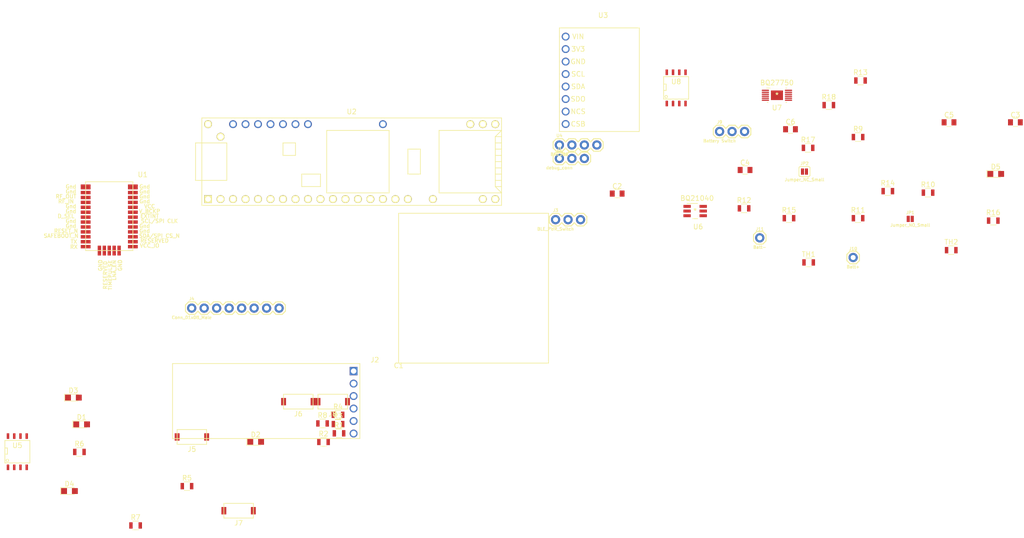
<source format=kicad_pcb>
(kicad_pcb (version 20171130) (host pcbnew "(5.0.0)")

  (general
    (thickness 1.6)
    (drawings 0)
    (tracks 0)
    (zones 0)
    (modules 52)
    (nets 54)
  )

  (page A4)
  (layers
    (0 F.Cu signal)
    (31 B.Cu signal)
    (32 B.Adhes user)
    (33 F.Adhes user)
    (34 B.Paste user)
    (35 F.Paste user)
    (36 B.SilkS user)
    (37 F.SilkS user)
    (38 B.Mask user)
    (39 F.Mask user)
    (40 Dwgs.User user)
    (41 Cmts.User user)
    (42 Eco1.User user)
    (43 Eco2.User user)
    (44 Edge.Cuts user)
    (45 Margin user)
    (46 B.CrtYd user)
    (47 F.CrtYd user)
    (48 B.Fab user)
    (49 F.Fab user)
  )

  (setup
    (last_trace_width 0.25)
    (trace_clearance 0.2)
    (zone_clearance 0.508)
    (zone_45_only no)
    (trace_min 0.2)
    (segment_width 0.2)
    (edge_width 0.15)
    (via_size 0.8)
    (via_drill 0.4)
    (via_min_size 0.4)
    (via_min_drill 0.3)
    (uvia_size 0.3)
    (uvia_drill 0.1)
    (uvias_allowed no)
    (uvia_min_size 0.2)
    (uvia_min_drill 0.1)
    (pcb_text_width 0.3)
    (pcb_text_size 1.5 1.5)
    (mod_edge_width 0.15)
    (mod_text_size 1 1)
    (mod_text_width 0.15)
    (pad_size 1.524 1.524)
    (pad_drill 0.762)
    (pad_to_mask_clearance 0.2)
    (aux_axis_origin 0 0)
    (visible_elements FFFFF77F)
    (pcbplotparams
      (layerselection 0x010fc_ffffffff)
      (usegerberextensions false)
      (usegerberattributes false)
      (usegerberadvancedattributes false)
      (creategerberjobfile false)
      (excludeedgelayer true)
      (linewidth 0.100000)
      (plotframeref false)
      (viasonmask false)
      (mode 1)
      (useauxorigin false)
      (hpglpennumber 1)
      (hpglpenspeed 20)
      (hpglpendiameter 15.000000)
      (psnegative false)
      (psa4output false)
      (plotreference true)
      (plotvalue true)
      (plotinvisibletext false)
      (padsonsilk false)
      (subtractmaskfromsilk false)
      (outputformat 1)
      (mirror false)
      (drillshape 1)
      (scaleselection 1)
      (outputdirectory ""))
  )

  (net 0 "")
  (net 1 BattRtn)
  (net 2 +3V3)
  (net 3 "Net-(C3-Pad2)")
  (net 4 "Net-(C3-Pad1)")
  (net 5 "Net-(C4-Pad2)")
  (net 6 "Net-(C4-Pad1)")
  (net 7 "Net-(C5-Pad1)")
  (net 8 "Net-(C6-Pad1)")
  (net 9 "Net-(D1-Pad1)")
  (net 10 LED1_P2)
  (net 11 "Net-(D2-Pad1)")
  (net 12 LED2_P3)
  (net 13 "Net-(D3-Pad1)")
  (net 14 LED3_P4)
  (net 15 LED4_P5)
  (net 16 "Net-(D4-Pad1)")
  (net 17 "Net-(D5-Pad2)")
  (net 18 "Net-(D5-Pad1)")
  (net 19 /Debug_Tx_RX5_P34)
  (net 20 /Debug_Rx_TX5_P33)
  (net 21 /BLE_Pwr)
  (net 22 /BLE_Tx_RX2_P9)
  (net 23 /BLE_Rx_TX2_P10)
  (net 24 BattPwr)
  (net 25 /Screen_BUSY_P7)
  (net 26 /Screen_RST_P6)
  (net 27 /Screen_DC_P8)
  (net 28 /Screen_CS_P20)
  (net 29 /Screen_SCK_P27)
  (net 30 /Screen_DIN_P11)
  (net 31 "Net-(J5-Pad2)")
  (net 32 Fun_Btn_1_P23)
  (net 33 Fun_Btn_2_P22)
  (net 34 Fun_Btn_3_P21)
  (net 35 "Net-(J10-Pad1)")
  (net 36 USBPwr)
  (net 37 "Net-(R1-Pad1)")
  (net 38 "Net-(R9-Pad2)")
  (net 39 "Net-(R14-Pad1)")
  (net 40 SCL)
  (net 41 SDA)
  (net 42 "Net-(R15-Pad1)")
  (net 43 "Net-(R16-Pad1)")
  (net 44 "Net-(R17-Pad1)")
  (net 45 "Net-(R18-Pad1)")
  (net 46 "Net-(TH1-Pad1)")
  (net 47 "Net-(TH2-Pad1)")
  (net 48 /Sensor_PWR_P25)
  (net 49 /GPS_Rx_TX1_P1)
  (net 50 /GPS_Tx_RX1_P0)
  (net 51 GPS_Pwr)
  (net 52 "Net-(U8-Pad5)")
  (net 53 "Net-(U1-Pad16)")

  (net_class Default "This is the default net class."
    (clearance 0.2)
    (trace_width 0.25)
    (via_dia 0.8)
    (via_drill 0.4)
    (uvia_dia 0.3)
    (uvia_drill 0.1)
    (add_net +3V3)
    (add_net /BLE_Pwr)
    (add_net /BLE_Rx_TX2_P10)
    (add_net /BLE_Tx_RX2_P9)
    (add_net /Debug_Rx_TX5_P33)
    (add_net /Debug_Tx_RX5_P34)
    (add_net /GPS_Rx_TX1_P1)
    (add_net /GPS_Tx_RX1_P0)
    (add_net /Screen_BUSY_P7)
    (add_net /Screen_CS_P20)
    (add_net /Screen_DC_P8)
    (add_net /Screen_DIN_P11)
    (add_net /Screen_RST_P6)
    (add_net /Screen_SCK_P27)
    (add_net /Sensor_PWR_P25)
    (add_net BattPwr)
    (add_net BattRtn)
    (add_net Fun_Btn_1_P23)
    (add_net Fun_Btn_2_P22)
    (add_net Fun_Btn_3_P21)
    (add_net GPS_Pwr)
    (add_net LED1_P2)
    (add_net LED2_P3)
    (add_net LED3_P4)
    (add_net LED4_P5)
    (add_net "Net-(C3-Pad1)")
    (add_net "Net-(C3-Pad2)")
    (add_net "Net-(C4-Pad1)")
    (add_net "Net-(C4-Pad2)")
    (add_net "Net-(C5-Pad1)")
    (add_net "Net-(C6-Pad1)")
    (add_net "Net-(D1-Pad1)")
    (add_net "Net-(D2-Pad1)")
    (add_net "Net-(D3-Pad1)")
    (add_net "Net-(D4-Pad1)")
    (add_net "Net-(D5-Pad1)")
    (add_net "Net-(D5-Pad2)")
    (add_net "Net-(J10-Pad1)")
    (add_net "Net-(J5-Pad2)")
    (add_net "Net-(R1-Pad1)")
    (add_net "Net-(R14-Pad1)")
    (add_net "Net-(R15-Pad1)")
    (add_net "Net-(R16-Pad1)")
    (add_net "Net-(R17-Pad1)")
    (add_net "Net-(R18-Pad1)")
    (add_net "Net-(R9-Pad2)")
    (add_net "Net-(TH1-Pad1)")
    (add_net "Net-(TH2-Pad1)")
    (add_net "Net-(U1-Pad16)")
    (add_net "Net-(U8-Pad5)")
    (add_net SCL)
    (add_net SDA)
    (add_net USBPwr)
  )

  (module CustomFP:CAM_M8N_V1 (layer F.Cu) (tedit 5ACB09B5) (tstamp 5BBCCF1F)
    (at 122.05 85.485001)
    (path /5BC07DB4)
    (fp_text reference C1 (at 0 0.5) (layer F.SilkS)
      (effects (font (size 1 1) (thickness 0.15)))
    )
    (fp_text value 82n (at 0 -0.5) (layer F.Fab)
      (effects (font (size 1 1) (thickness 0.15)))
    )
    (fp_line (start 0 0) (end 0 -30.48) (layer F.SilkS) (width 0.15))
    (fp_line (start 0 -30.48) (end 30.48 -30.48) (layer F.SilkS) (width 0.15))
    (fp_line (start 30.48 -30.48) (end 30.48 0) (layer F.SilkS) (width 0.15))
    (fp_line (start 30.48 0) (end 0 0) (layer F.SilkS) (width 0.15))
  )

  (module Capacitors_SMD:C_0805 (layer F.Cu) (tedit 58AA8463) (tstamp 5BBCCF30)
    (at 166.5 51)
    (descr "Capacitor SMD 0805, reflow soldering, AVX (see smccp.pdf)")
    (tags "capacitor 0805")
    (path /5BC07FD2)
    (attr smd)
    (fp_text reference C2 (at 0 -1.5) (layer F.SilkS)
      (effects (font (size 1 1) (thickness 0.15)))
    )
    (fp_text value 2.2u (at 0 1.75) (layer F.Fab)
      (effects (font (size 1 1) (thickness 0.15)))
    )
    (fp_line (start 1.75 0.87) (end -1.75 0.87) (layer F.CrtYd) (width 0.05))
    (fp_line (start 1.75 0.87) (end 1.75 -0.88) (layer F.CrtYd) (width 0.05))
    (fp_line (start -1.75 -0.88) (end -1.75 0.87) (layer F.CrtYd) (width 0.05))
    (fp_line (start -1.75 -0.88) (end 1.75 -0.88) (layer F.CrtYd) (width 0.05))
    (fp_line (start -0.5 0.85) (end 0.5 0.85) (layer F.SilkS) (width 0.12))
    (fp_line (start 0.5 -0.85) (end -0.5 -0.85) (layer F.SilkS) (width 0.12))
    (fp_line (start -1 -0.62) (end 1 -0.62) (layer F.Fab) (width 0.1))
    (fp_line (start 1 -0.62) (end 1 0.62) (layer F.Fab) (width 0.1))
    (fp_line (start 1 0.62) (end -1 0.62) (layer F.Fab) (width 0.1))
    (fp_line (start -1 0.62) (end -1 -0.62) (layer F.Fab) (width 0.1))
    (fp_text user %R (at 0 -1.5) (layer F.Fab)
      (effects (font (size 1 1) (thickness 0.15)))
    )
    (pad 2 smd rect (at 1 0) (size 1 1.25) (layers F.Cu F.Paste F.Mask)
      (net 1 BattRtn))
    (pad 1 smd rect (at -1 0) (size 1 1.25) (layers F.Cu F.Paste F.Mask)
      (net 2 +3V3))
    (model Capacitors_SMD.3dshapes/C_0805.wrl
      (at (xyz 0 0 0))
      (scale (xyz 1 1 1))
      (rotate (xyz 0 0 0))
    )
  )

  (module Capacitors_SMD:C_0805 (layer F.Cu) (tedit 58AA8463) (tstamp 5BBCCF41)
    (at 247.5 36.5)
    (descr "Capacitor SMD 0805, reflow soldering, AVX (see smccp.pdf)")
    (tags "capacitor 0805")
    (path /5B0E6D4D/5BBA5DE1)
    (attr smd)
    (fp_text reference C3 (at 0 -1.5) (layer F.SilkS)
      (effects (font (size 1 1) (thickness 0.15)))
    )
    (fp_text value 0.1u (at 0 1.75) (layer F.Fab)
      (effects (font (size 1 1) (thickness 0.15)))
    )
    (fp_line (start 1.75 0.87) (end -1.75 0.87) (layer F.CrtYd) (width 0.05))
    (fp_line (start 1.75 0.87) (end 1.75 -0.88) (layer F.CrtYd) (width 0.05))
    (fp_line (start -1.75 -0.88) (end -1.75 0.87) (layer F.CrtYd) (width 0.05))
    (fp_line (start -1.75 -0.88) (end 1.75 -0.88) (layer F.CrtYd) (width 0.05))
    (fp_line (start -0.5 0.85) (end 0.5 0.85) (layer F.SilkS) (width 0.12))
    (fp_line (start 0.5 -0.85) (end -0.5 -0.85) (layer F.SilkS) (width 0.12))
    (fp_line (start -1 -0.62) (end 1 -0.62) (layer F.Fab) (width 0.1))
    (fp_line (start 1 -0.62) (end 1 0.62) (layer F.Fab) (width 0.1))
    (fp_line (start 1 0.62) (end -1 0.62) (layer F.Fab) (width 0.1))
    (fp_line (start -1 0.62) (end -1 -0.62) (layer F.Fab) (width 0.1))
    (fp_text user %R (at 0 -1.5) (layer F.Fab)
      (effects (font (size 1 1) (thickness 0.15)))
    )
    (pad 2 smd rect (at 1 0) (size 1 1.25) (layers F.Cu F.Paste F.Mask)
      (net 3 "Net-(C3-Pad2)"))
    (pad 1 smd rect (at -1 0) (size 1 1.25) (layers F.Cu F.Paste F.Mask)
      (net 4 "Net-(C3-Pad1)"))
    (model Capacitors_SMD.3dshapes/C_0805.wrl
      (at (xyz 0 0 0))
      (scale (xyz 1 1 1))
      (rotate (xyz 0 0 0))
    )
  )

  (module Capacitors_SMD:C_0805 (layer F.Cu) (tedit 58AA8463) (tstamp 5BBCCF52)
    (at 192.515001 46.200001)
    (descr "Capacitor SMD 0805, reflow soldering, AVX (see smccp.pdf)")
    (tags "capacitor 0805")
    (path /5B0E6D4D/5BBA42DC)
    (attr smd)
    (fp_text reference C4 (at 0 -1.5) (layer F.SilkS)
      (effects (font (size 1 1) (thickness 0.15)))
    )
    (fp_text value 1u (at 0 1.75) (layer F.Fab)
      (effects (font (size 1 1) (thickness 0.15)))
    )
    (fp_line (start 1.75 0.87) (end -1.75 0.87) (layer F.CrtYd) (width 0.05))
    (fp_line (start 1.75 0.87) (end 1.75 -0.88) (layer F.CrtYd) (width 0.05))
    (fp_line (start -1.75 -0.88) (end -1.75 0.87) (layer F.CrtYd) (width 0.05))
    (fp_line (start -1.75 -0.88) (end 1.75 -0.88) (layer F.CrtYd) (width 0.05))
    (fp_line (start -0.5 0.85) (end 0.5 0.85) (layer F.SilkS) (width 0.12))
    (fp_line (start 0.5 -0.85) (end -0.5 -0.85) (layer F.SilkS) (width 0.12))
    (fp_line (start -1 -0.62) (end 1 -0.62) (layer F.Fab) (width 0.1))
    (fp_line (start 1 -0.62) (end 1 0.62) (layer F.Fab) (width 0.1))
    (fp_line (start 1 0.62) (end -1 0.62) (layer F.Fab) (width 0.1))
    (fp_line (start -1 0.62) (end -1 -0.62) (layer F.Fab) (width 0.1))
    (fp_text user %R (at 0 -1.5) (layer F.Fab)
      (effects (font (size 1 1) (thickness 0.15)))
    )
    (pad 2 smd rect (at 1 0) (size 1 1.25) (layers F.Cu F.Paste F.Mask)
      (net 5 "Net-(C4-Pad2)"))
    (pad 1 smd rect (at -1 0) (size 1 1.25) (layers F.Cu F.Paste F.Mask)
      (net 6 "Net-(C4-Pad1)"))
    (model Capacitors_SMD.3dshapes/C_0805.wrl
      (at (xyz 0 0 0))
      (scale (xyz 1 1 1))
      (rotate (xyz 0 0 0))
    )
  )

  (module Capacitors_SMD:C_0805 (layer F.Cu) (tedit 58AA8463) (tstamp 5BBCCF63)
    (at 234 36.5)
    (descr "Capacitor SMD 0805, reflow soldering, AVX (see smccp.pdf)")
    (tags "capacitor 0805")
    (path /5B0E6D4D/5BB9E362)
    (attr smd)
    (fp_text reference C5 (at 0 -1.5) (layer F.SilkS)
      (effects (font (size 1 1) (thickness 0.15)))
    )
    (fp_text value 2.2u (at 0 1.75) (layer F.Fab)
      (effects (font (size 1 1) (thickness 0.15)))
    )
    (fp_text user %R (at 0 -1.5) (layer F.Fab)
      (effects (font (size 1 1) (thickness 0.15)))
    )
    (fp_line (start -1 0.62) (end -1 -0.62) (layer F.Fab) (width 0.1))
    (fp_line (start 1 0.62) (end -1 0.62) (layer F.Fab) (width 0.1))
    (fp_line (start 1 -0.62) (end 1 0.62) (layer F.Fab) (width 0.1))
    (fp_line (start -1 -0.62) (end 1 -0.62) (layer F.Fab) (width 0.1))
    (fp_line (start 0.5 -0.85) (end -0.5 -0.85) (layer F.SilkS) (width 0.12))
    (fp_line (start -0.5 0.85) (end 0.5 0.85) (layer F.SilkS) (width 0.12))
    (fp_line (start -1.75 -0.88) (end 1.75 -0.88) (layer F.CrtYd) (width 0.05))
    (fp_line (start -1.75 -0.88) (end -1.75 0.87) (layer F.CrtYd) (width 0.05))
    (fp_line (start 1.75 0.87) (end 1.75 -0.88) (layer F.CrtYd) (width 0.05))
    (fp_line (start 1.75 0.87) (end -1.75 0.87) (layer F.CrtYd) (width 0.05))
    (pad 1 smd rect (at -1 0) (size 1 1.25) (layers F.Cu F.Paste F.Mask)
      (net 7 "Net-(C5-Pad1)"))
    (pad 2 smd rect (at 1 0) (size 1 1.25) (layers F.Cu F.Paste F.Mask)
      (net 5 "Net-(C4-Pad2)"))
    (model Capacitors_SMD.3dshapes/C_0805.wrl
      (at (xyz 0 0 0))
      (scale (xyz 1 1 1))
      (rotate (xyz 0 0 0))
    )
  )

  (module Capacitors_SMD:C_0805 (layer F.Cu) (tedit 58AA8463) (tstamp 5BBCCF74)
    (at 201.755001 37.910001)
    (descr "Capacitor SMD 0805, reflow soldering, AVX (see smccp.pdf)")
    (tags "capacitor 0805")
    (path /5B0E6D4D/5BB9E29D)
    (attr smd)
    (fp_text reference C6 (at 0 -1.5) (layer F.SilkS)
      (effects (font (size 1 1) (thickness 0.15)))
    )
    (fp_text value 0.1u (at 0 1.75) (layer F.Fab)
      (effects (font (size 1 1) (thickness 0.15)))
    )
    (fp_text user %R (at 0 -1.5) (layer F.Fab)
      (effects (font (size 1 1) (thickness 0.15)))
    )
    (fp_line (start -1 0.62) (end -1 -0.62) (layer F.Fab) (width 0.1))
    (fp_line (start 1 0.62) (end -1 0.62) (layer F.Fab) (width 0.1))
    (fp_line (start 1 -0.62) (end 1 0.62) (layer F.Fab) (width 0.1))
    (fp_line (start -1 -0.62) (end 1 -0.62) (layer F.Fab) (width 0.1))
    (fp_line (start 0.5 -0.85) (end -0.5 -0.85) (layer F.SilkS) (width 0.12))
    (fp_line (start -0.5 0.85) (end 0.5 0.85) (layer F.SilkS) (width 0.12))
    (fp_line (start -1.75 -0.88) (end 1.75 -0.88) (layer F.CrtYd) (width 0.05))
    (fp_line (start -1.75 -0.88) (end -1.75 0.87) (layer F.CrtYd) (width 0.05))
    (fp_line (start 1.75 0.87) (end 1.75 -0.88) (layer F.CrtYd) (width 0.05))
    (fp_line (start 1.75 0.87) (end -1.75 0.87) (layer F.CrtYd) (width 0.05))
    (pad 1 smd rect (at -1 0) (size 1 1.25) (layers F.Cu F.Paste F.Mask)
      (net 8 "Net-(C6-Pad1)"))
    (pad 2 smd rect (at 1 0) (size 1 1.25) (layers F.Cu F.Paste F.Mask)
      (net 5 "Net-(C4-Pad2)"))
    (model Capacitors_SMD.3dshapes/C_0805.wrl
      (at (xyz 0 0 0))
      (scale (xyz 1 1 1))
      (rotate (xyz 0 0 0))
    )
  )

  (module LEDs:LED_0805 (layer F.Cu) (tedit 59959803) (tstamp 5BBCCF8A)
    (at 57.575001 97.935001)
    (descr "LED 0805 smd package")
    (tags "LED led 0805 SMD smd SMT smt smdled SMDLED smtled SMTLED")
    (path /5AC349CD/5BC19163)
    (attr smd)
    (fp_text reference D1 (at 0 -1.45) (layer F.SilkS)
      (effects (font (size 1 1) (thickness 0.15)))
    )
    (fp_text value LED_B (at 0 1.55) (layer F.Fab)
      (effects (font (size 1 1) (thickness 0.15)))
    )
    (fp_text user %R (at 0 -1.25) (layer F.Fab)
      (effects (font (size 0.4 0.4) (thickness 0.1)))
    )
    (fp_line (start -1.95 -0.85) (end 1.95 -0.85) (layer F.CrtYd) (width 0.05))
    (fp_line (start -1.95 0.85) (end -1.95 -0.85) (layer F.CrtYd) (width 0.05))
    (fp_line (start 1.95 0.85) (end -1.95 0.85) (layer F.CrtYd) (width 0.05))
    (fp_line (start 1.95 -0.85) (end 1.95 0.85) (layer F.CrtYd) (width 0.05))
    (fp_line (start -1.8 -0.7) (end 1 -0.7) (layer F.SilkS) (width 0.12))
    (fp_line (start -1.8 0.7) (end 1 0.7) (layer F.SilkS) (width 0.12))
    (fp_line (start -1 0.6) (end -1 -0.6) (layer F.Fab) (width 0.1))
    (fp_line (start -1 -0.6) (end 1 -0.6) (layer F.Fab) (width 0.1))
    (fp_line (start 1 -0.6) (end 1 0.6) (layer F.Fab) (width 0.1))
    (fp_line (start 1 0.6) (end -1 0.6) (layer F.Fab) (width 0.1))
    (fp_line (start 0.2 -0.4) (end 0.2 0.4) (layer F.Fab) (width 0.1))
    (fp_line (start 0.2 0.4) (end -0.4 0) (layer F.Fab) (width 0.1))
    (fp_line (start -0.4 0) (end 0.2 -0.4) (layer F.Fab) (width 0.1))
    (fp_line (start -0.4 -0.4) (end -0.4 0.4) (layer F.Fab) (width 0.1))
    (fp_line (start -1.8 -0.7) (end -1.8 0.7) (layer F.SilkS) (width 0.12))
    (pad 1 smd rect (at -1.1 0 180) (size 1.2 1.2) (layers F.Cu F.Paste F.Mask)
      (net 9 "Net-(D1-Pad1)"))
    (pad 2 smd rect (at 1.1 0 180) (size 1.2 1.2) (layers F.Cu F.Paste F.Mask)
      (net 10 LED1_P2))
    (model ${KISYS3DMOD}/LEDs.3dshapes/LED_0805.wrl
      (at (xyz 0 0 0))
      (scale (xyz 1 1 1))
      (rotate (xyz 0 0 180))
    )
  )

  (module LEDs:LED_0805 (layer F.Cu) (tedit 59959803) (tstamp 5BBCCFA0)
    (at 92.975001 101.485001)
    (descr "LED 0805 smd package")
    (tags "LED led 0805 SMD smd SMT smt smdled SMDLED smtled SMTLED")
    (path /5AC349CD/5BC19C41)
    (attr smd)
    (fp_text reference D2 (at 0 -1.45) (layer F.SilkS)
      (effects (font (size 1 1) (thickness 0.15)))
    )
    (fp_text value LED_G (at 0 1.55) (layer F.Fab)
      (effects (font (size 1 1) (thickness 0.15)))
    )
    (fp_text user %R (at 0 -1.25) (layer F.Fab)
      (effects (font (size 0.4 0.4) (thickness 0.1)))
    )
    (fp_line (start -1.95 -0.85) (end 1.95 -0.85) (layer F.CrtYd) (width 0.05))
    (fp_line (start -1.95 0.85) (end -1.95 -0.85) (layer F.CrtYd) (width 0.05))
    (fp_line (start 1.95 0.85) (end -1.95 0.85) (layer F.CrtYd) (width 0.05))
    (fp_line (start 1.95 -0.85) (end 1.95 0.85) (layer F.CrtYd) (width 0.05))
    (fp_line (start -1.8 -0.7) (end 1 -0.7) (layer F.SilkS) (width 0.12))
    (fp_line (start -1.8 0.7) (end 1 0.7) (layer F.SilkS) (width 0.12))
    (fp_line (start -1 0.6) (end -1 -0.6) (layer F.Fab) (width 0.1))
    (fp_line (start -1 -0.6) (end 1 -0.6) (layer F.Fab) (width 0.1))
    (fp_line (start 1 -0.6) (end 1 0.6) (layer F.Fab) (width 0.1))
    (fp_line (start 1 0.6) (end -1 0.6) (layer F.Fab) (width 0.1))
    (fp_line (start 0.2 -0.4) (end 0.2 0.4) (layer F.Fab) (width 0.1))
    (fp_line (start 0.2 0.4) (end -0.4 0) (layer F.Fab) (width 0.1))
    (fp_line (start -0.4 0) (end 0.2 -0.4) (layer F.Fab) (width 0.1))
    (fp_line (start -0.4 -0.4) (end -0.4 0.4) (layer F.Fab) (width 0.1))
    (fp_line (start -1.8 -0.7) (end -1.8 0.7) (layer F.SilkS) (width 0.12))
    (pad 1 smd rect (at -1.1 0 180) (size 1.2 1.2) (layers F.Cu F.Paste F.Mask)
      (net 11 "Net-(D2-Pad1)"))
    (pad 2 smd rect (at 1.1 0 180) (size 1.2 1.2) (layers F.Cu F.Paste F.Mask)
      (net 12 LED2_P3))
    (model ${KISYS3DMOD}/LEDs.3dshapes/LED_0805.wrl
      (at (xyz 0 0 0))
      (scale (xyz 1 1 1))
      (rotate (xyz 0 0 180))
    )
  )

  (module LEDs:LED_0805 (layer F.Cu) (tedit 59959803) (tstamp 5BBCCFB6)
    (at 55.9 92.5)
    (descr "LED 0805 smd package")
    (tags "LED led 0805 SMD smd SMT smt smdled SMDLED smtled SMTLED")
    (path /5AC349CD/5BC19E43)
    (attr smd)
    (fp_text reference D3 (at 0 -1.45) (layer F.SilkS)
      (effects (font (size 1 1) (thickness 0.15)))
    )
    (fp_text value LED_R (at 0 1.55) (layer F.Fab)
      (effects (font (size 1 1) (thickness 0.15)))
    )
    (fp_text user %R (at 0 -1.25) (layer F.Fab)
      (effects (font (size 0.4 0.4) (thickness 0.1)))
    )
    (fp_line (start -1.95 -0.85) (end 1.95 -0.85) (layer F.CrtYd) (width 0.05))
    (fp_line (start -1.95 0.85) (end -1.95 -0.85) (layer F.CrtYd) (width 0.05))
    (fp_line (start 1.95 0.85) (end -1.95 0.85) (layer F.CrtYd) (width 0.05))
    (fp_line (start 1.95 -0.85) (end 1.95 0.85) (layer F.CrtYd) (width 0.05))
    (fp_line (start -1.8 -0.7) (end 1 -0.7) (layer F.SilkS) (width 0.12))
    (fp_line (start -1.8 0.7) (end 1 0.7) (layer F.SilkS) (width 0.12))
    (fp_line (start -1 0.6) (end -1 -0.6) (layer F.Fab) (width 0.1))
    (fp_line (start -1 -0.6) (end 1 -0.6) (layer F.Fab) (width 0.1))
    (fp_line (start 1 -0.6) (end 1 0.6) (layer F.Fab) (width 0.1))
    (fp_line (start 1 0.6) (end -1 0.6) (layer F.Fab) (width 0.1))
    (fp_line (start 0.2 -0.4) (end 0.2 0.4) (layer F.Fab) (width 0.1))
    (fp_line (start 0.2 0.4) (end -0.4 0) (layer F.Fab) (width 0.1))
    (fp_line (start -0.4 0) (end 0.2 -0.4) (layer F.Fab) (width 0.1))
    (fp_line (start -0.4 -0.4) (end -0.4 0.4) (layer F.Fab) (width 0.1))
    (fp_line (start -1.8 -0.7) (end -1.8 0.7) (layer F.SilkS) (width 0.12))
    (pad 1 smd rect (at -1.1 0 180) (size 1.2 1.2) (layers F.Cu F.Paste F.Mask)
      (net 13 "Net-(D3-Pad1)"))
    (pad 2 smd rect (at 1.1 0 180) (size 1.2 1.2) (layers F.Cu F.Paste F.Mask)
      (net 14 LED3_P4))
    (model ${KISYS3DMOD}/LEDs.3dshapes/LED_0805.wrl
      (at (xyz 0 0 0))
      (scale (xyz 1 1 1))
      (rotate (xyz 0 0 180))
    )
  )

  (module LEDs:LED_0805 (layer F.Cu) (tedit 59959803) (tstamp 5BBCCFCC)
    (at 55.1 111.5)
    (descr "LED 0805 smd package")
    (tags "LED led 0805 SMD smd SMT smt smdled SMDLED smtled SMTLED")
    (path /5AC349CD/5BC1A033)
    (attr smd)
    (fp_text reference D4 (at 0 -1.45) (layer F.SilkS)
      (effects (font (size 1 1) (thickness 0.15)))
    )
    (fp_text value LED_O (at 0 1.55) (layer F.Fab)
      (effects (font (size 1 1) (thickness 0.15)))
    )
    (fp_line (start -1.8 -0.7) (end -1.8 0.7) (layer F.SilkS) (width 0.12))
    (fp_line (start -0.4 -0.4) (end -0.4 0.4) (layer F.Fab) (width 0.1))
    (fp_line (start -0.4 0) (end 0.2 -0.4) (layer F.Fab) (width 0.1))
    (fp_line (start 0.2 0.4) (end -0.4 0) (layer F.Fab) (width 0.1))
    (fp_line (start 0.2 -0.4) (end 0.2 0.4) (layer F.Fab) (width 0.1))
    (fp_line (start 1 0.6) (end -1 0.6) (layer F.Fab) (width 0.1))
    (fp_line (start 1 -0.6) (end 1 0.6) (layer F.Fab) (width 0.1))
    (fp_line (start -1 -0.6) (end 1 -0.6) (layer F.Fab) (width 0.1))
    (fp_line (start -1 0.6) (end -1 -0.6) (layer F.Fab) (width 0.1))
    (fp_line (start -1.8 0.7) (end 1 0.7) (layer F.SilkS) (width 0.12))
    (fp_line (start -1.8 -0.7) (end 1 -0.7) (layer F.SilkS) (width 0.12))
    (fp_line (start 1.95 -0.85) (end 1.95 0.85) (layer F.CrtYd) (width 0.05))
    (fp_line (start 1.95 0.85) (end -1.95 0.85) (layer F.CrtYd) (width 0.05))
    (fp_line (start -1.95 0.85) (end -1.95 -0.85) (layer F.CrtYd) (width 0.05))
    (fp_line (start -1.95 -0.85) (end 1.95 -0.85) (layer F.CrtYd) (width 0.05))
    (fp_text user %R (at 0 -1.25) (layer F.Fab)
      (effects (font (size 0.4 0.4) (thickness 0.1)))
    )
    (pad 2 smd rect (at 1.1 0 180) (size 1.2 1.2) (layers F.Cu F.Paste F.Mask)
      (net 15 LED4_P5))
    (pad 1 smd rect (at -1.1 0 180) (size 1.2 1.2) (layers F.Cu F.Paste F.Mask)
      (net 16 "Net-(D4-Pad1)"))
    (model ${KISYS3DMOD}/LEDs.3dshapes/LED_0805.wrl
      (at (xyz 0 0 0))
      (scale (xyz 1 1 1))
      (rotate (xyz 0 0 180))
    )
  )

  (module LEDs:LED_0805 (layer F.Cu) (tedit 59959803) (tstamp 5BBCCFE2)
    (at 243.5 47)
    (descr "LED 0805 smd package")
    (tags "LED led 0805 SMD smd SMT smt smdled SMDLED smtled SMTLED")
    (path /5B0E6D4D/5BBA4754)
    (attr smd)
    (fp_text reference D5 (at 0 -1.45) (layer F.SilkS)
      (effects (font (size 1 1) (thickness 0.15)))
    )
    (fp_text value LED (at 0.5 2.5) (layer F.Fab)
      (effects (font (size 1 1) (thickness 0.15)))
    )
    (fp_line (start -1.8 -0.7) (end -1.8 0.7) (layer F.SilkS) (width 0.12))
    (fp_line (start -0.4 -0.4) (end -0.4 0.4) (layer F.Fab) (width 0.1))
    (fp_line (start -0.4 0) (end 0.2 -0.4) (layer F.Fab) (width 0.1))
    (fp_line (start 0.2 0.4) (end -0.4 0) (layer F.Fab) (width 0.1))
    (fp_line (start 0.2 -0.4) (end 0.2 0.4) (layer F.Fab) (width 0.1))
    (fp_line (start 1 0.6) (end -1 0.6) (layer F.Fab) (width 0.1))
    (fp_line (start 1 -0.6) (end 1 0.6) (layer F.Fab) (width 0.1))
    (fp_line (start -1 -0.6) (end 1 -0.6) (layer F.Fab) (width 0.1))
    (fp_line (start -1 0.6) (end -1 -0.6) (layer F.Fab) (width 0.1))
    (fp_line (start -1.8 0.7) (end 1 0.7) (layer F.SilkS) (width 0.12))
    (fp_line (start -1.8 -0.7) (end 1 -0.7) (layer F.SilkS) (width 0.12))
    (fp_line (start 1.95 -0.85) (end 1.95 0.85) (layer F.CrtYd) (width 0.05))
    (fp_line (start 1.95 0.85) (end -1.95 0.85) (layer F.CrtYd) (width 0.05))
    (fp_line (start -1.95 0.85) (end -1.95 -0.85) (layer F.CrtYd) (width 0.05))
    (fp_line (start -1.95 -0.85) (end 1.95 -0.85) (layer F.CrtYd) (width 0.05))
    (fp_text user %R (at 0 -1.25) (layer F.Fab)
      (effects (font (size 0.4 0.4) (thickness 0.1)))
    )
    (pad 2 smd rect (at 1.1 0 180) (size 1.2 1.2) (layers F.Cu F.Paste F.Mask)
      (net 17 "Net-(D5-Pad2)"))
    (pad 1 smd rect (at -1.1 0 180) (size 1.2 1.2) (layers F.Cu F.Paste F.Mask)
      (net 18 "Net-(D5-Pad1)"))
    (model ${KISYS3DMOD}/LEDs.3dshapes/LED_0805.wrl
      (at (xyz 0 0 0))
      (scale (xyz 1 1 1))
      (rotate (xyz 0 0 180))
    )
  )

  (module Connectors2:1X03 (layer F.Cu) (tedit 200000) (tstamp 5BBCD009)
    (at 154.751601 43.851601)
    (descr "PLATED THROUGH HOLE - 3 PIN")
    (tags "PLATED THROUGH HOLE - 3 PIN")
    (path /5BC13B3B)
    (attr virtual)
    (fp_text reference J1 (at 0 -1.905) (layer F.SilkS)
      (effects (font (size 0.6096 0.6096) (thickness 0.127)))
    )
    (fp_text value debug_conn (at 0 1.905) (layer F.SilkS)
      (effects (font (size 0.6096 0.6096) (thickness 0.127)))
    )
    (fp_line (start 4.826 0.254) (end 5.334 0.254) (layer Dwgs.User) (width 0.06604))
    (fp_line (start 5.334 0.254) (end 5.334 -0.254) (layer Dwgs.User) (width 0.06604))
    (fp_line (start 4.826 -0.254) (end 5.334 -0.254) (layer Dwgs.User) (width 0.06604))
    (fp_line (start 4.826 0.254) (end 4.826 -0.254) (layer Dwgs.User) (width 0.06604))
    (fp_line (start 2.286 0.254) (end 2.794 0.254) (layer Dwgs.User) (width 0.06604))
    (fp_line (start 2.794 0.254) (end 2.794 -0.254) (layer Dwgs.User) (width 0.06604))
    (fp_line (start 2.286 -0.254) (end 2.794 -0.254) (layer Dwgs.User) (width 0.06604))
    (fp_line (start 2.286 0.254) (end 2.286 -0.254) (layer Dwgs.User) (width 0.06604))
    (fp_line (start -0.254 0.254) (end 0.254 0.254) (layer Dwgs.User) (width 0.06604))
    (fp_line (start 0.254 0.254) (end 0.254 -0.254) (layer Dwgs.User) (width 0.06604))
    (fp_line (start -0.254 -0.254) (end 0.254 -0.254) (layer Dwgs.User) (width 0.06604))
    (fp_line (start -0.254 0.254) (end -0.254 -0.254) (layer Dwgs.User) (width 0.06604))
    (fp_line (start 3.81 -0.635) (end 4.445 -1.27) (layer F.SilkS) (width 0.2032))
    (fp_line (start 4.445 -1.27) (end 5.715 -1.27) (layer F.SilkS) (width 0.2032))
    (fp_line (start 5.715 -1.27) (end 6.35 -0.635) (layer F.SilkS) (width 0.2032))
    (fp_line (start 6.35 0.635) (end 5.715 1.27) (layer F.SilkS) (width 0.2032))
    (fp_line (start 5.715 1.27) (end 4.445 1.27) (layer F.SilkS) (width 0.2032))
    (fp_line (start 4.445 1.27) (end 3.81 0.635) (layer F.SilkS) (width 0.2032))
    (fp_line (start -0.635 -1.27) (end 0.635 -1.27) (layer F.SilkS) (width 0.2032))
    (fp_line (start 0.635 -1.27) (end 1.27 -0.635) (layer F.SilkS) (width 0.2032))
    (fp_line (start 1.27 0.635) (end 0.635 1.27) (layer F.SilkS) (width 0.2032))
    (fp_line (start 1.27 -0.635) (end 1.905 -1.27) (layer F.SilkS) (width 0.2032))
    (fp_line (start 1.905 -1.27) (end 3.175 -1.27) (layer F.SilkS) (width 0.2032))
    (fp_line (start 3.175 -1.27) (end 3.81 -0.635) (layer F.SilkS) (width 0.2032))
    (fp_line (start 3.81 0.635) (end 3.175 1.27) (layer F.SilkS) (width 0.2032))
    (fp_line (start 3.175 1.27) (end 1.905 1.27) (layer F.SilkS) (width 0.2032))
    (fp_line (start 1.905 1.27) (end 1.27 0.635) (layer F.SilkS) (width 0.2032))
    (fp_line (start -1.27 -0.635) (end -1.27 0.635) (layer F.SilkS) (width 0.2032))
    (fp_line (start -0.635 -1.27) (end -1.27 -0.635) (layer F.SilkS) (width 0.2032))
    (fp_line (start -1.27 0.635) (end -0.635 1.27) (layer F.SilkS) (width 0.2032))
    (fp_line (start 0.635 1.27) (end -0.635 1.27) (layer F.SilkS) (width 0.2032))
    (fp_line (start 6.35 -0.635) (end 6.35 0.635) (layer F.SilkS) (width 0.2032))
    (pad 1 thru_hole circle (at 0 0) (size 1.8796 1.8796) (drill 1.016) (layers *.Cu *.Mask)
      (net 1 BattRtn) (solder_mask_margin 0.1016))
    (pad 2 thru_hole circle (at 2.54 0) (size 1.8796 1.8796) (drill 1.016) (layers *.Cu *.Mask)
      (net 19 /Debug_Tx_RX5_P34) (solder_mask_margin 0.1016))
    (pad 3 thru_hole circle (at 5.08 0) (size 1.8796 1.8796) (drill 1.016) (layers *.Cu *.Mask)
      (net 20 /Debug_Rx_TX5_P33) (solder_mask_margin 0.1016))
  )

  (module Connectors2:1X03 (layer F.Cu) (tedit 200000) (tstamp 5BBCD060)
    (at 153.971601 56.301601)
    (descr "PLATED THROUGH HOLE - 3 PIN")
    (tags "PLATED THROUGH HOLE - 3 PIN")
    (path /5BC0B12F)
    (attr virtual)
    (fp_text reference J3 (at 0 -1.905) (layer F.SilkS)
      (effects (font (size 0.6096 0.6096) (thickness 0.127)))
    )
    (fp_text value BLE_PWR_Switch (at 0 1.905) (layer F.SilkS)
      (effects (font (size 0.6096 0.6096) (thickness 0.127)))
    )
    (fp_line (start 6.35 -0.635) (end 6.35 0.635) (layer F.SilkS) (width 0.2032))
    (fp_line (start 0.635 1.27) (end -0.635 1.27) (layer F.SilkS) (width 0.2032))
    (fp_line (start -1.27 0.635) (end -0.635 1.27) (layer F.SilkS) (width 0.2032))
    (fp_line (start -0.635 -1.27) (end -1.27 -0.635) (layer F.SilkS) (width 0.2032))
    (fp_line (start -1.27 -0.635) (end -1.27 0.635) (layer F.SilkS) (width 0.2032))
    (fp_line (start 1.905 1.27) (end 1.27 0.635) (layer F.SilkS) (width 0.2032))
    (fp_line (start 3.175 1.27) (end 1.905 1.27) (layer F.SilkS) (width 0.2032))
    (fp_line (start 3.81 0.635) (end 3.175 1.27) (layer F.SilkS) (width 0.2032))
    (fp_line (start 3.175 -1.27) (end 3.81 -0.635) (layer F.SilkS) (width 0.2032))
    (fp_line (start 1.905 -1.27) (end 3.175 -1.27) (layer F.SilkS) (width 0.2032))
    (fp_line (start 1.27 -0.635) (end 1.905 -1.27) (layer F.SilkS) (width 0.2032))
    (fp_line (start 1.27 0.635) (end 0.635 1.27) (layer F.SilkS) (width 0.2032))
    (fp_line (start 0.635 -1.27) (end 1.27 -0.635) (layer F.SilkS) (width 0.2032))
    (fp_line (start -0.635 -1.27) (end 0.635 -1.27) (layer F.SilkS) (width 0.2032))
    (fp_line (start 4.445 1.27) (end 3.81 0.635) (layer F.SilkS) (width 0.2032))
    (fp_line (start 5.715 1.27) (end 4.445 1.27) (layer F.SilkS) (width 0.2032))
    (fp_line (start 6.35 0.635) (end 5.715 1.27) (layer F.SilkS) (width 0.2032))
    (fp_line (start 5.715 -1.27) (end 6.35 -0.635) (layer F.SilkS) (width 0.2032))
    (fp_line (start 4.445 -1.27) (end 5.715 -1.27) (layer F.SilkS) (width 0.2032))
    (fp_line (start 3.81 -0.635) (end 4.445 -1.27) (layer F.SilkS) (width 0.2032))
    (fp_line (start -0.254 0.254) (end -0.254 -0.254) (layer Dwgs.User) (width 0.06604))
    (fp_line (start -0.254 -0.254) (end 0.254 -0.254) (layer Dwgs.User) (width 0.06604))
    (fp_line (start 0.254 0.254) (end 0.254 -0.254) (layer Dwgs.User) (width 0.06604))
    (fp_line (start -0.254 0.254) (end 0.254 0.254) (layer Dwgs.User) (width 0.06604))
    (fp_line (start 2.286 0.254) (end 2.286 -0.254) (layer Dwgs.User) (width 0.06604))
    (fp_line (start 2.286 -0.254) (end 2.794 -0.254) (layer Dwgs.User) (width 0.06604))
    (fp_line (start 2.794 0.254) (end 2.794 -0.254) (layer Dwgs.User) (width 0.06604))
    (fp_line (start 2.286 0.254) (end 2.794 0.254) (layer Dwgs.User) (width 0.06604))
    (fp_line (start 4.826 0.254) (end 4.826 -0.254) (layer Dwgs.User) (width 0.06604))
    (fp_line (start 4.826 -0.254) (end 5.334 -0.254) (layer Dwgs.User) (width 0.06604))
    (fp_line (start 5.334 0.254) (end 5.334 -0.254) (layer Dwgs.User) (width 0.06604))
    (fp_line (start 4.826 0.254) (end 5.334 0.254) (layer Dwgs.User) (width 0.06604))
    (pad 3 thru_hole circle (at 5.08 0) (size 1.8796 1.8796) (drill 1.016) (layers *.Cu *.Mask)
      (solder_mask_margin 0.1016))
    (pad 2 thru_hole circle (at 2.54 0) (size 1.8796 1.8796) (drill 1.016) (layers *.Cu *.Mask)
      (net 21 /BLE_Pwr) (solder_mask_margin 0.1016))
    (pad 1 thru_hole circle (at 0 0) (size 1.8796 1.8796) (drill 1.016) (layers *.Cu *.Mask)
      (net 24 BattPwr) (solder_mask_margin 0.1016))
  )

  (module Connectors2:1X08 (layer F.Cu) (tedit 5963D6A3) (tstamp 5BBCD09E)
    (at 79.9592 74.295)
    (descr "PLATED THROUGH HOLE -8 PIN")
    (tags "PLATED THROUGH HOLE -8 PIN")
    (path /5BB64B44)
    (attr virtual)
    (fp_text reference J4 (at 0 -1.905) (layer F.SilkS)
      (effects (font (size 0.6096 0.6096) (thickness 0.127)))
    )
    (fp_text value Conn_01x08_Male (at 0 1.905) (layer F.SilkS)
      (effects (font (size 0.6096 0.6096) (thickness 0.127)))
    )
    (fp_line (start 18.415 1.27) (end 17.145 1.27) (layer F.SilkS) (width 0.2032))
    (fp_line (start 16.51 0.635) (end 17.145 1.27) (layer F.SilkS) (width 0.2032))
    (fp_line (start 17.145 -1.27) (end 16.51 -0.635) (layer F.SilkS) (width 0.2032))
    (fp_line (start 19.05 0.635) (end 18.415 1.27) (layer F.SilkS) (width 0.2032))
    (fp_line (start 19.05 -0.635) (end 19.05 0.635) (layer F.SilkS) (width 0.2032))
    (fp_line (start 18.415 -1.27) (end 19.05 -0.635) (layer F.SilkS) (width 0.2032))
    (fp_line (start 17.145 -1.27) (end 18.415 -1.27) (layer F.SilkS) (width 0.2032))
    (fp_line (start 0.635 1.27) (end -0.635 1.27) (layer F.SilkS) (width 0.2032))
    (fp_line (start -1.27 0.635) (end -0.635 1.27) (layer F.SilkS) (width 0.2032))
    (fp_line (start -0.635 -1.27) (end -1.27 -0.635) (layer F.SilkS) (width 0.2032))
    (fp_line (start -1.27 -0.635) (end -1.27 0.635) (layer F.SilkS) (width 0.2032))
    (fp_line (start 1.905 1.27) (end 1.27 0.635) (layer F.SilkS) (width 0.2032))
    (fp_line (start 3.175 1.27) (end 1.905 1.27) (layer F.SilkS) (width 0.2032))
    (fp_line (start 3.81 0.635) (end 3.175 1.27) (layer F.SilkS) (width 0.2032))
    (fp_line (start 3.175 -1.27) (end 3.81 -0.635) (layer F.SilkS) (width 0.2032))
    (fp_line (start 1.905 -1.27) (end 3.175 -1.27) (layer F.SilkS) (width 0.2032))
    (fp_line (start 1.27 -0.635) (end 1.905 -1.27) (layer F.SilkS) (width 0.2032))
    (fp_line (start 1.27 0.635) (end 0.635 1.27) (layer F.SilkS) (width 0.2032))
    (fp_line (start 0.635 -1.27) (end 1.27 -0.635) (layer F.SilkS) (width 0.2032))
    (fp_line (start -0.635 -1.27) (end 0.635 -1.27) (layer F.SilkS) (width 0.2032))
    (fp_line (start 8.255 1.27) (end 6.985 1.27) (layer F.SilkS) (width 0.2032))
    (fp_line (start 6.35 0.635) (end 6.985 1.27) (layer F.SilkS) (width 0.2032))
    (fp_line (start 6.985 -1.27) (end 6.35 -0.635) (layer F.SilkS) (width 0.2032))
    (fp_line (start 4.445 1.27) (end 3.81 0.635) (layer F.SilkS) (width 0.2032))
    (fp_line (start 5.715 1.27) (end 4.445 1.27) (layer F.SilkS) (width 0.2032))
    (fp_line (start 6.35 0.635) (end 5.715 1.27) (layer F.SilkS) (width 0.2032))
    (fp_line (start 5.715 -1.27) (end 6.35 -0.635) (layer F.SilkS) (width 0.2032))
    (fp_line (start 4.445 -1.27) (end 5.715 -1.27) (layer F.SilkS) (width 0.2032))
    (fp_line (start 3.81 -0.635) (end 4.445 -1.27) (layer F.SilkS) (width 0.2032))
    (fp_line (start 9.525 1.27) (end 8.89 0.635) (layer F.SilkS) (width 0.2032))
    (fp_line (start 10.795 1.27) (end 9.525 1.27) (layer F.SilkS) (width 0.2032))
    (fp_line (start 11.43 0.635) (end 10.795 1.27) (layer F.SilkS) (width 0.2032))
    (fp_line (start 10.795 -1.27) (end 11.43 -0.635) (layer F.SilkS) (width 0.2032))
    (fp_line (start 9.525 -1.27) (end 10.795 -1.27) (layer F.SilkS) (width 0.2032))
    (fp_line (start 8.89 -0.635) (end 9.525 -1.27) (layer F.SilkS) (width 0.2032))
    (fp_line (start 8.89 0.635) (end 8.255 1.27) (layer F.SilkS) (width 0.2032))
    (fp_line (start 8.255 -1.27) (end 8.89 -0.635) (layer F.SilkS) (width 0.2032))
    (fp_line (start 6.985 -1.27) (end 8.255 -1.27) (layer F.SilkS) (width 0.2032))
    (fp_line (start 15.875 1.27) (end 14.605 1.27) (layer F.SilkS) (width 0.2032))
    (fp_line (start 13.97 0.635) (end 14.605 1.27) (layer F.SilkS) (width 0.2032))
    (fp_line (start 14.605 -1.27) (end 13.97 -0.635) (layer F.SilkS) (width 0.2032))
    (fp_line (start 12.065 1.27) (end 11.43 0.635) (layer F.SilkS) (width 0.2032))
    (fp_line (start 13.335 1.27) (end 12.065 1.27) (layer F.SilkS) (width 0.2032))
    (fp_line (start 13.97 0.635) (end 13.335 1.27) (layer F.SilkS) (width 0.2032))
    (fp_line (start 13.335 -1.27) (end 13.97 -0.635) (layer F.SilkS) (width 0.2032))
    (fp_line (start 12.065 -1.27) (end 13.335 -1.27) (layer F.SilkS) (width 0.2032))
    (fp_line (start 11.43 -0.635) (end 12.065 -1.27) (layer F.SilkS) (width 0.2032))
    (fp_line (start 16.51 0.635) (end 15.875 1.27) (layer F.SilkS) (width 0.2032))
    (fp_line (start 15.875 -1.27) (end 16.51 -0.635) (layer F.SilkS) (width 0.2032))
    (fp_line (start 14.605 -1.27) (end 15.875 -1.27) (layer F.SilkS) (width 0.2032))
    (pad 8 thru_hole circle (at 17.78 0) (size 1.8796 1.8796) (drill 1.016) (layers *.Cu *.Mask)
      (net 25 /Screen_BUSY_P7) (solder_mask_margin 0.1016))
    (pad 7 thru_hole circle (at 15.24 0) (size 1.8796 1.8796) (drill 1.016) (layers *.Cu *.Mask)
      (net 26 /Screen_RST_P6) (solder_mask_margin 0.1016))
    (pad 6 thru_hole circle (at 12.7 0) (size 1.8796 1.8796) (drill 1.016) (layers *.Cu *.Mask)
      (net 27 /Screen_DC_P8) (solder_mask_margin 0.1016))
    (pad 5 thru_hole circle (at 10.16 0) (size 1.8796 1.8796) (drill 1.016) (layers *.Cu *.Mask)
      (net 28 /Screen_CS_P20) (solder_mask_margin 0.1016))
    (pad 4 thru_hole circle (at 7.62 0) (size 1.8796 1.8796) (drill 1.016) (layers *.Cu *.Mask)
      (net 29 /Screen_SCK_P27) (solder_mask_margin 0.1016))
    (pad 3 thru_hole circle (at 5.08 0) (size 1.8796 1.8796) (drill 1.016) (layers *.Cu *.Mask)
      (net 30 /Screen_DIN_P11) (solder_mask_margin 0.1016))
    (pad 2 thru_hole circle (at 2.54 0) (size 1.8796 1.8796) (drill 1.016) (layers *.Cu *.Mask)
      (net 2 +3V3) (solder_mask_margin 0.1016))
    (pad 1 thru_hole circle (at 0 0) (size 1.8796 1.8796) (drill 1.016) (layers *.Cu *.Mask)
      (net 1 BattRtn) (solder_mask_margin 0.1016))
  )

  (module EbayParts:Tact_SMD_Switch (layer F.Cu) (tedit 5BB9AD08) (tstamp 5BBCD0A8)
    (at 77 102)
    (path /5AC349CD/5BC1A619)
    (fp_text reference J5 (at 3 1) (layer F.SilkS)
      (effects (font (size 1 1) (thickness 0.15)))
    )
    (fp_text value LED_BUTTON (at 3 -5) (layer F.Fab)
      (effects (font (size 1 1) (thickness 0.15)))
    )
    (fp_line (start 0 0) (end 6 0) (layer F.SilkS) (width 0.15))
    (fp_line (start 6 0) (end 6 -3) (layer F.SilkS) (width 0.15))
    (fp_line (start 6 -3) (end 0 -3) (layer F.SilkS) (width 0.15))
    (fp_line (start 0 -3) (end 0 0) (layer F.SilkS) (width 0.15))
    (pad 2 smd rect (at 6 -1.5) (size 1 1.5) (layers F.Cu F.Paste F.Mask)
      (net 31 "Net-(J5-Pad2)"))
    (pad 1 smd rect (at 0 -1.5) (size 1 1.5) (layers F.Cu F.Paste F.Mask)
      (net 2 +3V3))
  )

  (module EbayParts:Tact_SMD_Switch (layer F.Cu) (tedit 5BB9AD08) (tstamp 5BBCD0B2)
    (at 98.65 94.815001)
    (path /5AC349CD/5BC1E418)
    (fp_text reference J6 (at 3 1) (layer F.SilkS)
      (effects (font (size 1 1) (thickness 0.15)))
    )
    (fp_text value BTN1 (at 3 -5) (layer F.Fab)
      (effects (font (size 1 1) (thickness 0.15)))
    )
    (fp_line (start 0 0) (end 6 0) (layer F.SilkS) (width 0.15))
    (fp_line (start 6 0) (end 6 -3) (layer F.SilkS) (width 0.15))
    (fp_line (start 6 -3) (end 0 -3) (layer F.SilkS) (width 0.15))
    (fp_line (start 0 -3) (end 0 0) (layer F.SilkS) (width 0.15))
    (pad 2 smd rect (at 6 -1.5) (size 1 1.5) (layers F.Cu F.Paste F.Mask)
      (net 2 +3V3))
    (pad 1 smd rect (at 0 -1.5) (size 1 1.5) (layers F.Cu F.Paste F.Mask)
      (net 32 Fun_Btn_1_P23))
  )

  (module EbayParts:Tact_SMD_Switch (layer F.Cu) (tedit 5BB9AD08) (tstamp 5BBCD0BC)
    (at 86.5 117)
    (path /5AC349CD/5BC1ECA6)
    (fp_text reference J7 (at 3 1) (layer F.SilkS)
      (effects (font (size 1 1) (thickness 0.15)))
    )
    (fp_text value BTN1 (at 3 -5) (layer F.Fab)
      (effects (font (size 1 1) (thickness 0.15)))
    )
    (fp_line (start 0 -3) (end 0 0) (layer F.SilkS) (width 0.15))
    (fp_line (start 6 -3) (end 0 -3) (layer F.SilkS) (width 0.15))
    (fp_line (start 6 0) (end 6 -3) (layer F.SilkS) (width 0.15))
    (fp_line (start 0 0) (end 6 0) (layer F.SilkS) (width 0.15))
    (pad 1 smd rect (at 0 -1.5) (size 1 1.5) (layers F.Cu F.Paste F.Mask)
      (net 33 Fun_Btn_2_P22))
    (pad 2 smd rect (at 6 -1.5) (size 1 1.5) (layers F.Cu F.Paste F.Mask)
      (net 2 +3V3))
  )

  (module EbayParts:Tact_SMD_Switch (layer F.Cu) (tedit 5BB9AD08) (tstamp 5BBCD0C6)
    (at 105.65 94.815001)
    (path /5AC349CD/5BC1FBA8)
    (fp_text reference J8 (at 3 1) (layer F.SilkS)
      (effects (font (size 1 1) (thickness 0.15)))
    )
    (fp_text value BTN1 (at 3 -5) (layer F.Fab)
      (effects (font (size 1 1) (thickness 0.15)))
    )
    (fp_line (start 0 -3) (end 0 0) (layer F.SilkS) (width 0.15))
    (fp_line (start 6 -3) (end 0 -3) (layer F.SilkS) (width 0.15))
    (fp_line (start 6 0) (end 6 -3) (layer F.SilkS) (width 0.15))
    (fp_line (start 0 0) (end 6 0) (layer F.SilkS) (width 0.15))
    (pad 1 smd rect (at 0 -1.5) (size 1 1.5) (layers F.Cu F.Paste F.Mask)
      (net 34 Fun_Btn_3_P21))
    (pad 2 smd rect (at 6 -1.5) (size 1 1.5) (layers F.Cu F.Paste F.Mask)
      (net 2 +3V3))
  )

  (module Connectors2:1X03 (layer F.Cu) (tedit 200000) (tstamp 5BBCD0ED)
    (at 187.331601 38.371601)
    (descr "PLATED THROUGH HOLE - 3 PIN")
    (tags "PLATED THROUGH HOLE - 3 PIN")
    (path /5B0E6D4D/5BB9DC4A)
    (attr virtual)
    (fp_text reference J9 (at 0 -1.905) (layer F.SilkS)
      (effects (font (size 0.6096 0.6096) (thickness 0.127)))
    )
    (fp_text value "Battery Switch" (at 0 1.905) (layer F.SilkS)
      (effects (font (size 0.6096 0.6096) (thickness 0.127)))
    )
    (fp_line (start 4.826 0.254) (end 5.334 0.254) (layer Dwgs.User) (width 0.06604))
    (fp_line (start 5.334 0.254) (end 5.334 -0.254) (layer Dwgs.User) (width 0.06604))
    (fp_line (start 4.826 -0.254) (end 5.334 -0.254) (layer Dwgs.User) (width 0.06604))
    (fp_line (start 4.826 0.254) (end 4.826 -0.254) (layer Dwgs.User) (width 0.06604))
    (fp_line (start 2.286 0.254) (end 2.794 0.254) (layer Dwgs.User) (width 0.06604))
    (fp_line (start 2.794 0.254) (end 2.794 -0.254) (layer Dwgs.User) (width 0.06604))
    (fp_line (start 2.286 -0.254) (end 2.794 -0.254) (layer Dwgs.User) (width 0.06604))
    (fp_line (start 2.286 0.254) (end 2.286 -0.254) (layer Dwgs.User) (width 0.06604))
    (fp_line (start -0.254 0.254) (end 0.254 0.254) (layer Dwgs.User) (width 0.06604))
    (fp_line (start 0.254 0.254) (end 0.254 -0.254) (layer Dwgs.User) (width 0.06604))
    (fp_line (start -0.254 -0.254) (end 0.254 -0.254) (layer Dwgs.User) (width 0.06604))
    (fp_line (start -0.254 0.254) (end -0.254 -0.254) (layer Dwgs.User) (width 0.06604))
    (fp_line (start 3.81 -0.635) (end 4.445 -1.27) (layer F.SilkS) (width 0.2032))
    (fp_line (start 4.445 -1.27) (end 5.715 -1.27) (layer F.SilkS) (width 0.2032))
    (fp_line (start 5.715 -1.27) (end 6.35 -0.635) (layer F.SilkS) (width 0.2032))
    (fp_line (start 6.35 0.635) (end 5.715 1.27) (layer F.SilkS) (width 0.2032))
    (fp_line (start 5.715 1.27) (end 4.445 1.27) (layer F.SilkS) (width 0.2032))
    (fp_line (start 4.445 1.27) (end 3.81 0.635) (layer F.SilkS) (width 0.2032))
    (fp_line (start -0.635 -1.27) (end 0.635 -1.27) (layer F.SilkS) (width 0.2032))
    (fp_line (start 0.635 -1.27) (end 1.27 -0.635) (layer F.SilkS) (width 0.2032))
    (fp_line (start 1.27 0.635) (end 0.635 1.27) (layer F.SilkS) (width 0.2032))
    (fp_line (start 1.27 -0.635) (end 1.905 -1.27) (layer F.SilkS) (width 0.2032))
    (fp_line (start 1.905 -1.27) (end 3.175 -1.27) (layer F.SilkS) (width 0.2032))
    (fp_line (start 3.175 -1.27) (end 3.81 -0.635) (layer F.SilkS) (width 0.2032))
    (fp_line (start 3.81 0.635) (end 3.175 1.27) (layer F.SilkS) (width 0.2032))
    (fp_line (start 3.175 1.27) (end 1.905 1.27) (layer F.SilkS) (width 0.2032))
    (fp_line (start 1.905 1.27) (end 1.27 0.635) (layer F.SilkS) (width 0.2032))
    (fp_line (start -1.27 -0.635) (end -1.27 0.635) (layer F.SilkS) (width 0.2032))
    (fp_line (start -0.635 -1.27) (end -1.27 -0.635) (layer F.SilkS) (width 0.2032))
    (fp_line (start -1.27 0.635) (end -0.635 1.27) (layer F.SilkS) (width 0.2032))
    (fp_line (start 0.635 1.27) (end -0.635 1.27) (layer F.SilkS) (width 0.2032))
    (fp_line (start 6.35 -0.635) (end 6.35 0.635) (layer F.SilkS) (width 0.2032))
    (pad 1 thru_hole circle (at 0 0) (size 1.8796 1.8796) (drill 1.016) (layers *.Cu *.Mask)
      (net 35 "Net-(J10-Pad1)") (solder_mask_margin 0.1016))
    (pad 2 thru_hole circle (at 2.54 0) (size 1.8796 1.8796) (drill 1.016) (layers *.Cu *.Mask)
      (net 8 "Net-(C6-Pad1)") (solder_mask_margin 0.1016))
    (pad 3 thru_hole circle (at 5.08 0) (size 1.8796 1.8796) (drill 1.016) (layers *.Cu *.Mask)
      (solder_mask_margin 0.1016))
  )

  (module Connectors2:1X01 (layer F.Cu) (tedit 5963CE6C) (tstamp 5BBCD0FA)
    (at 214.5 64)
    (descr "PLATED THROUGH HOLE")
    (tags "PLATED THROUGH HOLE")
    (path /5B0E6D4D/5BB9DD63)
    (attr virtual)
    (fp_text reference J10 (at 0 -1.778) (layer F.SilkS)
      (effects (font (size 0.6096 0.6096) (thickness 0.127)))
    )
    (fp_text value Batt+ (at 0 1.905) (layer F.SilkS)
      (effects (font (size 0.6096 0.6096) (thickness 0.127)))
    )
    (fp_line (start 1.27 0.635) (end 1.27 -0.635) (layer F.SilkS) (width 0.2032))
    (fp_line (start 0.635 1.27) (end 1.27 0.635) (layer F.SilkS) (width 0.2032))
    (fp_line (start -0.635 1.27) (end 0.635 1.27) (layer F.SilkS) (width 0.2032))
    (fp_line (start -1.27 0.635) (end -0.635 1.27) (layer F.SilkS) (width 0.2032))
    (fp_line (start -1.27 -0.635) (end -1.27 0.635) (layer F.SilkS) (width 0.2032))
    (fp_line (start -0.635 -1.27) (end -1.27 -0.635) (layer F.SilkS) (width 0.2032))
    (fp_line (start 0.635 -1.27) (end -0.635 -1.27) (layer F.SilkS) (width 0.2032))
    (fp_line (start 1.27 -0.635) (end 0.635 -1.27) (layer F.SilkS) (width 0.2032))
    (pad 1 thru_hole circle (at 0 0) (size 1.8796 1.8796) (drill 1.016) (layers *.Cu *.Mask)
      (net 35 "Net-(J10-Pad1)") (solder_mask_margin 0.1016))
  )

  (module Connectors2:1X01 (layer F.Cu) (tedit 5963CE6C) (tstamp 5BBCD107)
    (at 195.5 60)
    (descr "PLATED THROUGH HOLE")
    (tags "PLATED THROUGH HOLE")
    (path /5B0E6D4D/5BB9DDCC)
    (attr virtual)
    (fp_text reference J11 (at 0 -1.778) (layer F.SilkS)
      (effects (font (size 0.6096 0.6096) (thickness 0.127)))
    )
    (fp_text value Batt- (at 0 1.905) (layer F.SilkS)
      (effects (font (size 0.6096 0.6096) (thickness 0.127)))
    )
    (fp_line (start 1.27 -0.635) (end 0.635 -1.27) (layer F.SilkS) (width 0.2032))
    (fp_line (start 0.635 -1.27) (end -0.635 -1.27) (layer F.SilkS) (width 0.2032))
    (fp_line (start -0.635 -1.27) (end -1.27 -0.635) (layer F.SilkS) (width 0.2032))
    (fp_line (start -1.27 -0.635) (end -1.27 0.635) (layer F.SilkS) (width 0.2032))
    (fp_line (start -1.27 0.635) (end -0.635 1.27) (layer F.SilkS) (width 0.2032))
    (fp_line (start -0.635 1.27) (end 0.635 1.27) (layer F.SilkS) (width 0.2032))
    (fp_line (start 0.635 1.27) (end 1.27 0.635) (layer F.SilkS) (width 0.2032))
    (fp_line (start 1.27 0.635) (end 1.27 -0.635) (layer F.SilkS) (width 0.2032))
    (pad 1 thru_hole circle (at 0 0) (size 1.8796 1.8796) (drill 1.016) (layers *.Cu *.Mask)
      (net 5 "Net-(C4-Pad2)") (solder_mask_margin 0.1016))
  )

  (module Jumpers:SMT-JUMPER_2_NO_NO-SILK (layer F.Cu) (tedit 200000) (tstamp 5BBCD10D)
    (at 226.1139 56.145)
    (path /5B0E6D4D/5BBA5707)
    (attr smd)
    (fp_text reference JP1 (at 0 -1.27) (layer F.SilkS)
      (effects (font (size 0.6096 0.6096) (thickness 0.127)))
    )
    (fp_text value Jumper_NO_Small (at 0 1.27) (layer F.SilkS)
      (effects (font (size 0.6096 0.6096) (thickness 0.127)))
    )
    (pad 1 smd rect (at -0.4064 0) (size 0.635 1.27) (layers F.Cu F.Mask)
      (net 36 USBPwr) (solder_mask_margin 0.1016))
    (pad 2 smd rect (at 0.4064 0) (size 0.635 1.27) (layers F.Cu F.Mask)
      (net 6 "Net-(C4-Pad1)") (solder_mask_margin 0.1016))
  )

  (module Jumpers:SMT-JUMPER_2_NC_PASTE_SILK (layer F.Cu) (tedit 596291D8) (tstamp 5BBCD122)
    (at 204.600001 46.523001)
    (path /5B0E6D4D/5BBA456A)
    (attr smd)
    (fp_text reference JP2 (at 0 -1.651) (layer F.SilkS)
      (effects (font (size 0.6096 0.6096) (thickness 0.127)))
    )
    (fp_text value Jumper_NC_Small (at 0 1.651) (layer F.SilkS)
      (effects (font (size 0.6096 0.6096) (thickness 0.127)))
    )
    (fp_line (start -1.016 0.889) (end -1.016 -0.889) (layer F.Paste) (width 0.508))
    (fp_line (start 1.016 0.889) (end 1.016 -0.889) (layer F.Paste) (width 0.508))
    (fp_line (start -1.016 0.889) (end 1.016 0.889) (layer F.Paste) (width 0.508))
    (fp_line (start -1.016 0.635) (end 1.016 0.635) (layer F.Paste) (width 0.508))
    (fp_line (start -1.016 0.127) (end 1.016 0.127) (layer F.Paste) (width 0.508))
    (fp_line (start -1.016 -0.381) (end 1.016 -0.381) (layer F.Paste) (width 0.508))
    (fp_line (start -1.016 -0.889) (end 1.016 -0.889) (layer F.Paste) (width 0.508))
    (fp_line (start 0.8636 1.016) (end -0.8636 1.016) (layer F.SilkS) (width 0.1524))
    (fp_line (start 1.1176 0.762) (end 1.1176 -0.762) (layer F.SilkS) (width 0.1524))
    (fp_line (start -1.1176 0.762) (end -1.1176 -0.762) (layer F.SilkS) (width 0.1524))
    (fp_line (start -0.8636 -1.016) (end 0.8636 -1.016) (layer F.SilkS) (width 0.1524))
    (fp_arc (start 0.8636 -0.762) (end 0.8636 -1.016) (angle 90) (layer F.SilkS) (width 0.1524))
    (fp_arc (start -0.8636 -0.762) (end -1.1176 -0.762) (angle 90) (layer F.SilkS) (width 0.1524))
    (fp_arc (start -0.8636 0.762) (end -0.8636 1.016) (angle 90) (layer F.SilkS) (width 0.1524))
    (fp_arc (start 0.8636 0.762) (end 1.1176 0.762) (angle 90) (layer F.SilkS) (width 0.1524))
    (pad 1 smd rect (at -0.4064 0) (size 0.635 1.27) (layers F.Cu F.Mask)
      (net 24 BattPwr) (solder_mask_margin 0.1016))
    (pad 2 smd rect (at 0.4064 0) (size 0.635 1.27) (layers F.Cu F.Mask)
      (net 6 "Net-(C4-Pad1)") (solder_mask_margin 0.1016))
  )

  (module Resistors_SMD:R_0805 (layer F.Cu) (tedit 58E0A804) (tstamp 5BBCD133)
    (at 109.925001 99.760001)
    (descr "Resistor SMD 0805, reflow soldering, Vishay (see dcrcw.pdf)")
    (tags "resistor 0805")
    (path /5AC349CD/5BC1629E)
    (attr smd)
    (fp_text reference R1 (at 0 -1.65) (layer F.SilkS)
      (effects (font (size 1 1) (thickness 0.15)))
    )
    (fp_text value 10k (at 0 1.75) (layer F.Fab)
      (effects (font (size 1 1) (thickness 0.15)))
    )
    (fp_text user %R (at 0 0) (layer F.Fab)
      (effects (font (size 0.5 0.5) (thickness 0.075)))
    )
    (fp_line (start -1 0.62) (end -1 -0.62) (layer F.Fab) (width 0.1))
    (fp_line (start 1 0.62) (end -1 0.62) (layer F.Fab) (width 0.1))
    (fp_line (start 1 -0.62) (end 1 0.62) (layer F.Fab) (width 0.1))
    (fp_line (start -1 -0.62) (end 1 -0.62) (layer F.Fab) (width 0.1))
    (fp_line (start 0.6 0.88) (end -0.6 0.88) (layer F.SilkS) (width 0.12))
    (fp_line (start -0.6 -0.88) (end 0.6 -0.88) (layer F.SilkS) (width 0.12))
    (fp_line (start -1.55 -0.9) (end 1.55 -0.9) (layer F.CrtYd) (width 0.05))
    (fp_line (start -1.55 -0.9) (end -1.55 0.9) (layer F.CrtYd) (width 0.05))
    (fp_line (start 1.55 0.9) (end 1.55 -0.9) (layer F.CrtYd) (width 0.05))
    (fp_line (start 1.55 0.9) (end -1.55 0.9) (layer F.CrtYd) (width 0.05))
    (pad 1 smd rect (at -0.95 0) (size 0.7 1.3) (layers F.Cu F.Paste F.Mask)
      (net 37 "Net-(R1-Pad1)"))
    (pad 2 smd rect (at 0.95 0) (size 0.7 1.3) (layers F.Cu F.Paste F.Mask))
    (model ${KISYS3DMOD}/Resistors_SMD.3dshapes/R_0805.wrl
      (at (xyz 0 0 0))
      (scale (xyz 1 1 1))
      (rotate (xyz 0 0 0))
    )
  )

  (module Resistors_SMD:R_0805 (layer F.Cu) (tedit 58E0A804) (tstamp 5BBCD144)
    (at 106.775001 101.510001)
    (descr "Resistor SMD 0805, reflow soldering, Vishay (see dcrcw.pdf)")
    (tags "resistor 0805")
    (path /5AC349CD/5BC1920B)
    (attr smd)
    (fp_text reference R2 (at 0 -1.65) (layer F.SilkS)
      (effects (font (size 1 1) (thickness 0.15)))
    )
    (fp_text value 5.6 (at 0 1.75) (layer F.Fab)
      (effects (font (size 1 1) (thickness 0.15)))
    )
    (fp_line (start 1.55 0.9) (end -1.55 0.9) (layer F.CrtYd) (width 0.05))
    (fp_line (start 1.55 0.9) (end 1.55 -0.9) (layer F.CrtYd) (width 0.05))
    (fp_line (start -1.55 -0.9) (end -1.55 0.9) (layer F.CrtYd) (width 0.05))
    (fp_line (start -1.55 -0.9) (end 1.55 -0.9) (layer F.CrtYd) (width 0.05))
    (fp_line (start -0.6 -0.88) (end 0.6 -0.88) (layer F.SilkS) (width 0.12))
    (fp_line (start 0.6 0.88) (end -0.6 0.88) (layer F.SilkS) (width 0.12))
    (fp_line (start -1 -0.62) (end 1 -0.62) (layer F.Fab) (width 0.1))
    (fp_line (start 1 -0.62) (end 1 0.62) (layer F.Fab) (width 0.1))
    (fp_line (start 1 0.62) (end -1 0.62) (layer F.Fab) (width 0.1))
    (fp_line (start -1 0.62) (end -1 -0.62) (layer F.Fab) (width 0.1))
    (fp_text user %R (at 0 0) (layer F.Fab)
      (effects (font (size 0.5 0.5) (thickness 0.075)))
    )
    (pad 2 smd rect (at 0.95 0) (size 0.7 1.3) (layers F.Cu F.Paste F.Mask)
      (net 31 "Net-(J5-Pad2)"))
    (pad 1 smd rect (at -0.95 0) (size 0.7 1.3) (layers F.Cu F.Paste F.Mask)
      (net 9 "Net-(D1-Pad1)"))
    (model ${KISYS3DMOD}/Resistors_SMD.3dshapes/R_0805.wrl
      (at (xyz 0 0 0))
      (scale (xyz 1 1 1))
      (rotate (xyz 0 0 0))
    )
  )

  (module Resistors_SMD:R_0805 (layer F.Cu) (tedit 58E0A804) (tstamp 5BBCD155)
    (at 109.725001 97.880001)
    (descr "Resistor SMD 0805, reflow soldering, Vishay (see dcrcw.pdf)")
    (tags "resistor 0805")
    (path /5AC349CD/5BC19C48)
    (attr smd)
    (fp_text reference R3 (at 0 -1.65) (layer F.SilkS)
      (effects (font (size 1 1) (thickness 0.15)))
    )
    (fp_text value 10 (at 0 1.75) (layer F.Fab)
      (effects (font (size 1 1) (thickness 0.15)))
    )
    (fp_text user %R (at 0 0) (layer F.Fab)
      (effects (font (size 0.5 0.5) (thickness 0.075)))
    )
    (fp_line (start -1 0.62) (end -1 -0.62) (layer F.Fab) (width 0.1))
    (fp_line (start 1 0.62) (end -1 0.62) (layer F.Fab) (width 0.1))
    (fp_line (start 1 -0.62) (end 1 0.62) (layer F.Fab) (width 0.1))
    (fp_line (start -1 -0.62) (end 1 -0.62) (layer F.Fab) (width 0.1))
    (fp_line (start 0.6 0.88) (end -0.6 0.88) (layer F.SilkS) (width 0.12))
    (fp_line (start -0.6 -0.88) (end 0.6 -0.88) (layer F.SilkS) (width 0.12))
    (fp_line (start -1.55 -0.9) (end 1.55 -0.9) (layer F.CrtYd) (width 0.05))
    (fp_line (start -1.55 -0.9) (end -1.55 0.9) (layer F.CrtYd) (width 0.05))
    (fp_line (start 1.55 0.9) (end 1.55 -0.9) (layer F.CrtYd) (width 0.05))
    (fp_line (start 1.55 0.9) (end -1.55 0.9) (layer F.CrtYd) (width 0.05))
    (pad 1 smd rect (at -0.95 0) (size 0.7 1.3) (layers F.Cu F.Paste F.Mask)
      (net 11 "Net-(D2-Pad1)"))
    (pad 2 smd rect (at 0.95 0) (size 0.7 1.3) (layers F.Cu F.Paste F.Mask)
      (net 31 "Net-(J5-Pad2)"))
    (model ${KISYS3DMOD}/Resistors_SMD.3dshapes/R_0805.wrl
      (at (xyz 0 0 0))
      (scale (xyz 1 1 1))
      (rotate (xyz 0 0 0))
    )
  )

  (module Resistors_SMD:R_0805 (layer F.Cu) (tedit 58E0A804) (tstamp 5BBCD166)
    (at 109.725001 96.000001)
    (descr "Resistor SMD 0805, reflow soldering, Vishay (see dcrcw.pdf)")
    (tags "resistor 0805")
    (path /5AC349CD/5BC19E4A)
    (attr smd)
    (fp_text reference R4 (at 0 -1.65) (layer F.SilkS)
      (effects (font (size 1 1) (thickness 0.15)))
    )
    (fp_text value 56 (at 0 1.75) (layer F.Fab)
      (effects (font (size 1 1) (thickness 0.15)))
    )
    (fp_line (start 1.55 0.9) (end -1.55 0.9) (layer F.CrtYd) (width 0.05))
    (fp_line (start 1.55 0.9) (end 1.55 -0.9) (layer F.CrtYd) (width 0.05))
    (fp_line (start -1.55 -0.9) (end -1.55 0.9) (layer F.CrtYd) (width 0.05))
    (fp_line (start -1.55 -0.9) (end 1.55 -0.9) (layer F.CrtYd) (width 0.05))
    (fp_line (start -0.6 -0.88) (end 0.6 -0.88) (layer F.SilkS) (width 0.12))
    (fp_line (start 0.6 0.88) (end -0.6 0.88) (layer F.SilkS) (width 0.12))
    (fp_line (start -1 -0.62) (end 1 -0.62) (layer F.Fab) (width 0.1))
    (fp_line (start 1 -0.62) (end 1 0.62) (layer F.Fab) (width 0.1))
    (fp_line (start 1 0.62) (end -1 0.62) (layer F.Fab) (width 0.1))
    (fp_line (start -1 0.62) (end -1 -0.62) (layer F.Fab) (width 0.1))
    (fp_text user %R (at 0 0) (layer F.Fab)
      (effects (font (size 0.5 0.5) (thickness 0.075)))
    )
    (pad 2 smd rect (at 0.95 0) (size 0.7 1.3) (layers F.Cu F.Paste F.Mask)
      (net 31 "Net-(J5-Pad2)"))
    (pad 1 smd rect (at -0.95 0) (size 0.7 1.3) (layers F.Cu F.Paste F.Mask)
      (net 13 "Net-(D3-Pad1)"))
    (model ${KISYS3DMOD}/Resistors_SMD.3dshapes/R_0805.wrl
      (at (xyz 0 0 0))
      (scale (xyz 1 1 1))
      (rotate (xyz 0 0 0))
    )
  )

  (module Resistors_SMD:R_0805 (layer F.Cu) (tedit 58E0A804) (tstamp 5BBCD177)
    (at 79 110.5)
    (descr "Resistor SMD 0805, reflow soldering, Vishay (see dcrcw.pdf)")
    (tags "resistor 0805")
    (path /5AC349CD/5BC1A03A)
    (attr smd)
    (fp_text reference R5 (at 0 -1.65) (layer F.SilkS)
      (effects (font (size 1 1) (thickness 0.15)))
    )
    (fp_text value 56 (at 0 1.75) (layer F.Fab)
      (effects (font (size 1 1) (thickness 0.15)))
    )
    (fp_text user %R (at 0 0) (layer F.Fab)
      (effects (font (size 0.5 0.5) (thickness 0.075)))
    )
    (fp_line (start -1 0.62) (end -1 -0.62) (layer F.Fab) (width 0.1))
    (fp_line (start 1 0.62) (end -1 0.62) (layer F.Fab) (width 0.1))
    (fp_line (start 1 -0.62) (end 1 0.62) (layer F.Fab) (width 0.1))
    (fp_line (start -1 -0.62) (end 1 -0.62) (layer F.Fab) (width 0.1))
    (fp_line (start 0.6 0.88) (end -0.6 0.88) (layer F.SilkS) (width 0.12))
    (fp_line (start -0.6 -0.88) (end 0.6 -0.88) (layer F.SilkS) (width 0.12))
    (fp_line (start -1.55 -0.9) (end 1.55 -0.9) (layer F.CrtYd) (width 0.05))
    (fp_line (start -1.55 -0.9) (end -1.55 0.9) (layer F.CrtYd) (width 0.05))
    (fp_line (start 1.55 0.9) (end 1.55 -0.9) (layer F.CrtYd) (width 0.05))
    (fp_line (start 1.55 0.9) (end -1.55 0.9) (layer F.CrtYd) (width 0.05))
    (pad 1 smd rect (at -0.95 0) (size 0.7 1.3) (layers F.Cu F.Paste F.Mask)
      (net 16 "Net-(D4-Pad1)"))
    (pad 2 smd rect (at 0.95 0) (size 0.7 1.3) (layers F.Cu F.Paste F.Mask)
      (net 31 "Net-(J5-Pad2)"))
    (model ${KISYS3DMOD}/Resistors_SMD.3dshapes/R_0805.wrl
      (at (xyz 0 0 0))
      (scale (xyz 1 1 1))
      (rotate (xyz 0 0 0))
    )
  )

  (module Resistors_SMD:R_0805 (layer F.Cu) (tedit 58E0A804) (tstamp 5BBCEF87)
    (at 57.125001 103.550001)
    (descr "Resistor SMD 0805, reflow soldering, Vishay (see dcrcw.pdf)")
    (tags "resistor 0805")
    (path /5AC349CD/5BC1E52A)
    (attr smd)
    (fp_text reference R6 (at 0 -1.65) (layer F.SilkS)
      (effects (font (size 1 1) (thickness 0.15)))
    )
    (fp_text value 10k (at 0 1.75) (layer F.Fab)
      (effects (font (size 1 1) (thickness 0.15)))
    )
    (fp_line (start 1.55 0.9) (end -1.55 0.9) (layer F.CrtYd) (width 0.05))
    (fp_line (start 1.55 0.9) (end 1.55 -0.9) (layer F.CrtYd) (width 0.05))
    (fp_line (start -1.55 -0.9) (end -1.55 0.9) (layer F.CrtYd) (width 0.05))
    (fp_line (start -1.55 -0.9) (end 1.55 -0.9) (layer F.CrtYd) (width 0.05))
    (fp_line (start -0.6 -0.88) (end 0.6 -0.88) (layer F.SilkS) (width 0.12))
    (fp_line (start 0.6 0.88) (end -0.6 0.88) (layer F.SilkS) (width 0.12))
    (fp_line (start -1 -0.62) (end 1 -0.62) (layer F.Fab) (width 0.1))
    (fp_line (start 1 -0.62) (end 1 0.62) (layer F.Fab) (width 0.1))
    (fp_line (start 1 0.62) (end -1 0.62) (layer F.Fab) (width 0.1))
    (fp_line (start -1 0.62) (end -1 -0.62) (layer F.Fab) (width 0.1))
    (fp_text user %R (at 0 0) (layer F.Fab)
      (effects (font (size 0.5 0.5) (thickness 0.075)))
    )
    (pad 2 smd rect (at 0.95 0) (size 0.7 1.3) (layers F.Cu F.Paste F.Mask)
      (net 1 BattRtn))
    (pad 1 smd rect (at -0.95 0) (size 0.7 1.3) (layers F.Cu F.Paste F.Mask)
      (net 32 Fun_Btn_1_P23))
    (model ${KISYS3DMOD}/Resistors_SMD.3dshapes/R_0805.wrl
      (at (xyz 0 0 0))
      (scale (xyz 1 1 1))
      (rotate (xyz 0 0 0))
    )
  )

  (module Resistors_SMD:R_0805 (layer F.Cu) (tedit 58E0A804) (tstamp 5BBCD199)
    (at 68.55 118.5)
    (descr "Resistor SMD 0805, reflow soldering, Vishay (see dcrcw.pdf)")
    (tags "resistor 0805")
    (path /5AC349CD/5BC1ECAD)
    (attr smd)
    (fp_text reference R7 (at 0 -1.65) (layer F.SilkS)
      (effects (font (size 1 1) (thickness 0.15)))
    )
    (fp_text value 10k (at 0 1.75) (layer F.Fab)
      (effects (font (size 1 1) (thickness 0.15)))
    )
    (fp_text user %R (at 0 0) (layer F.Fab)
      (effects (font (size 0.5 0.5) (thickness 0.075)))
    )
    (fp_line (start -1 0.62) (end -1 -0.62) (layer F.Fab) (width 0.1))
    (fp_line (start 1 0.62) (end -1 0.62) (layer F.Fab) (width 0.1))
    (fp_line (start 1 -0.62) (end 1 0.62) (layer F.Fab) (width 0.1))
    (fp_line (start -1 -0.62) (end 1 -0.62) (layer F.Fab) (width 0.1))
    (fp_line (start 0.6 0.88) (end -0.6 0.88) (layer F.SilkS) (width 0.12))
    (fp_line (start -0.6 -0.88) (end 0.6 -0.88) (layer F.SilkS) (width 0.12))
    (fp_line (start -1.55 -0.9) (end 1.55 -0.9) (layer F.CrtYd) (width 0.05))
    (fp_line (start -1.55 -0.9) (end -1.55 0.9) (layer F.CrtYd) (width 0.05))
    (fp_line (start 1.55 0.9) (end 1.55 -0.9) (layer F.CrtYd) (width 0.05))
    (fp_line (start 1.55 0.9) (end -1.55 0.9) (layer F.CrtYd) (width 0.05))
    (pad 1 smd rect (at -0.95 0) (size 0.7 1.3) (layers F.Cu F.Paste F.Mask)
      (net 33 Fun_Btn_2_P22))
    (pad 2 smd rect (at 0.95 0) (size 0.7 1.3) (layers F.Cu F.Paste F.Mask)
      (net 1 BattRtn))
    (model ${KISYS3DMOD}/Resistors_SMD.3dshapes/R_0805.wrl
      (at (xyz 0 0 0))
      (scale (xyz 1 1 1))
      (rotate (xyz 0 0 0))
    )
  )

  (module Resistors_SMD:R_0805 (layer F.Cu) (tedit 58E0A804) (tstamp 5BBCD1AA)
    (at 106.575001 97.750001)
    (descr "Resistor SMD 0805, reflow soldering, Vishay (see dcrcw.pdf)")
    (tags "resistor 0805")
    (path /5AC349CD/5BC1FBAF)
    (attr smd)
    (fp_text reference R8 (at 0 -1.65) (layer F.SilkS)
      (effects (font (size 1 1) (thickness 0.15)))
    )
    (fp_text value 10k (at 0 1.75) (layer F.Fab)
      (effects (font (size 1 1) (thickness 0.15)))
    )
    (fp_text user %R (at 0 0) (layer F.Fab)
      (effects (font (size 0.5 0.5) (thickness 0.075)))
    )
    (fp_line (start -1 0.62) (end -1 -0.62) (layer F.Fab) (width 0.1))
    (fp_line (start 1 0.62) (end -1 0.62) (layer F.Fab) (width 0.1))
    (fp_line (start 1 -0.62) (end 1 0.62) (layer F.Fab) (width 0.1))
    (fp_line (start -1 -0.62) (end 1 -0.62) (layer F.Fab) (width 0.1))
    (fp_line (start 0.6 0.88) (end -0.6 0.88) (layer F.SilkS) (width 0.12))
    (fp_line (start -0.6 -0.88) (end 0.6 -0.88) (layer F.SilkS) (width 0.12))
    (fp_line (start -1.55 -0.9) (end 1.55 -0.9) (layer F.CrtYd) (width 0.05))
    (fp_line (start -1.55 -0.9) (end -1.55 0.9) (layer F.CrtYd) (width 0.05))
    (fp_line (start 1.55 0.9) (end 1.55 -0.9) (layer F.CrtYd) (width 0.05))
    (fp_line (start 1.55 0.9) (end -1.55 0.9) (layer F.CrtYd) (width 0.05))
    (pad 1 smd rect (at -0.95 0) (size 0.7 1.3) (layers F.Cu F.Paste F.Mask)
      (net 34 Fun_Btn_3_P21))
    (pad 2 smd rect (at 0.95 0) (size 0.7 1.3) (layers F.Cu F.Paste F.Mask)
      (net 1 BattRtn))
    (model ${KISYS3DMOD}/Resistors_SMD.3dshapes/R_0805.wrl
      (at (xyz 0 0 0))
      (scale (xyz 1 1 1))
      (rotate (xyz 0 0 0))
    )
  )

  (module Resistors_SMD:R_0805 (layer F.Cu) (tedit 58E0A804) (tstamp 5BBCD1BB)
    (at 215.5 39.5)
    (descr "Resistor SMD 0805, reflow soldering, Vishay (see dcrcw.pdf)")
    (tags "resistor 0805")
    (path /5B0E6D4D/5BBA53D0)
    (attr smd)
    (fp_text reference R9 (at 0 -1.65) (layer F.SilkS)
      (effects (font (size 1 1) (thickness 0.15)))
    )
    (fp_text value Riset (at 0 1.75) (layer F.Fab)
      (effects (font (size 1 1) (thickness 0.15)))
    )
    (fp_text user %R (at 0 0) (layer F.Fab)
      (effects (font (size 0.5 0.5) (thickness 0.075)))
    )
    (fp_line (start -1 0.62) (end -1 -0.62) (layer F.Fab) (width 0.1))
    (fp_line (start 1 0.62) (end -1 0.62) (layer F.Fab) (width 0.1))
    (fp_line (start 1 -0.62) (end 1 0.62) (layer F.Fab) (width 0.1))
    (fp_line (start -1 -0.62) (end 1 -0.62) (layer F.Fab) (width 0.1))
    (fp_line (start 0.6 0.88) (end -0.6 0.88) (layer F.SilkS) (width 0.12))
    (fp_line (start -0.6 -0.88) (end 0.6 -0.88) (layer F.SilkS) (width 0.12))
    (fp_line (start -1.55 -0.9) (end 1.55 -0.9) (layer F.CrtYd) (width 0.05))
    (fp_line (start -1.55 -0.9) (end -1.55 0.9) (layer F.CrtYd) (width 0.05))
    (fp_line (start 1.55 0.9) (end 1.55 -0.9) (layer F.CrtYd) (width 0.05))
    (fp_line (start 1.55 0.9) (end -1.55 0.9) (layer F.CrtYd) (width 0.05))
    (pad 1 smd rect (at -0.95 0) (size 0.7 1.3) (layers F.Cu F.Paste F.Mask)
      (net 1 BattRtn))
    (pad 2 smd rect (at 0.95 0) (size 0.7 1.3) (layers F.Cu F.Paste F.Mask)
      (net 38 "Net-(R9-Pad2)"))
    (model ${KISYS3DMOD}/Resistors_SMD.3dshapes/R_0805.wrl
      (at (xyz 0 0 0))
      (scale (xyz 1 1 1))
      (rotate (xyz 0 0 0))
    )
  )

  (module Resistors_SMD:R_0805 (layer F.Cu) (tedit 58E0A804) (tstamp 5BBCD1CC)
    (at 229.735001 50.810001)
    (descr "Resistor SMD 0805, reflow soldering, Vishay (see dcrcw.pdf)")
    (tags "resistor 0805")
    (path /5B0E6D4D/5BBA5B49)
    (attr smd)
    (fp_text reference R10 (at 0 -1.65) (layer F.SilkS)
      (effects (font (size 1 1) (thickness 0.15)))
    )
    (fp_text value 100 (at 0 1.75) (layer F.Fab)
      (effects (font (size 1 1) (thickness 0.15)))
    )
    (fp_text user %R (at 0 0) (layer F.Fab)
      (effects (font (size 0.5 0.5) (thickness 0.075)))
    )
    (fp_line (start -1 0.62) (end -1 -0.62) (layer F.Fab) (width 0.1))
    (fp_line (start 1 0.62) (end -1 0.62) (layer F.Fab) (width 0.1))
    (fp_line (start 1 -0.62) (end 1 0.62) (layer F.Fab) (width 0.1))
    (fp_line (start -1 -0.62) (end 1 -0.62) (layer F.Fab) (width 0.1))
    (fp_line (start 0.6 0.88) (end -0.6 0.88) (layer F.SilkS) (width 0.12))
    (fp_line (start -0.6 -0.88) (end 0.6 -0.88) (layer F.SilkS) (width 0.12))
    (fp_line (start -1.55 -0.9) (end 1.55 -0.9) (layer F.CrtYd) (width 0.05))
    (fp_line (start -1.55 -0.9) (end -1.55 0.9) (layer F.CrtYd) (width 0.05))
    (fp_line (start 1.55 0.9) (end 1.55 -0.9) (layer F.CrtYd) (width 0.05))
    (fp_line (start 1.55 0.9) (end -1.55 0.9) (layer F.CrtYd) (width 0.05))
    (pad 1 smd rect (at -0.95 0) (size 0.7 1.3) (layers F.Cu F.Paste F.Mask)
      (net 3 "Net-(C3-Pad2)"))
    (pad 2 smd rect (at 0.95 0) (size 0.7 1.3) (layers F.Cu F.Paste F.Mask)
      (net 1 BattRtn))
    (model ${KISYS3DMOD}/Resistors_SMD.3dshapes/R_0805.wrl
      (at (xyz 0 0 0))
      (scale (xyz 1 1 1))
      (rotate (xyz 0 0 0))
    )
  )

  (module Resistors_SMD:R_0805 (layer F.Cu) (tedit 58E0A804) (tstamp 5BBCD1DD)
    (at 215.5 56)
    (descr "Resistor SMD 0805, reflow soldering, Vishay (see dcrcw.pdf)")
    (tags "resistor 0805")
    (path /5B0E6D4D/5BBA5979)
    (attr smd)
    (fp_text reference R11 (at 0 -1.65) (layer F.SilkS)
      (effects (font (size 1 1) (thickness 0.15)))
    )
    (fp_text value 1m (at 0 1.75) (layer F.Fab)
      (effects (font (size 1 1) (thickness 0.15)))
    )
    (fp_line (start 1.55 0.9) (end -1.55 0.9) (layer F.CrtYd) (width 0.05))
    (fp_line (start 1.55 0.9) (end 1.55 -0.9) (layer F.CrtYd) (width 0.05))
    (fp_line (start -1.55 -0.9) (end -1.55 0.9) (layer F.CrtYd) (width 0.05))
    (fp_line (start -1.55 -0.9) (end 1.55 -0.9) (layer F.CrtYd) (width 0.05))
    (fp_line (start -0.6 -0.88) (end 0.6 -0.88) (layer F.SilkS) (width 0.12))
    (fp_line (start 0.6 0.88) (end -0.6 0.88) (layer F.SilkS) (width 0.12))
    (fp_line (start -1 -0.62) (end 1 -0.62) (layer F.Fab) (width 0.1))
    (fp_line (start 1 -0.62) (end 1 0.62) (layer F.Fab) (width 0.1))
    (fp_line (start 1 0.62) (end -1 0.62) (layer F.Fab) (width 0.1))
    (fp_line (start -1 0.62) (end -1 -0.62) (layer F.Fab) (width 0.1))
    (fp_text user %R (at 0 0) (layer F.Fab)
      (effects (font (size 0.5 0.5) (thickness 0.075)))
    )
    (pad 2 smd rect (at 0.95 0) (size 0.7 1.3) (layers F.Cu F.Paste F.Mask)
      (net 1 BattRtn))
    (pad 1 smd rect (at -0.95 0) (size 0.7 1.3) (layers F.Cu F.Paste F.Mask)
      (net 5 "Net-(C4-Pad2)"))
    (model ${KISYS3DMOD}/Resistors_SMD.3dshapes/R_0805.wrl
      (at (xyz 0 0 0))
      (scale (xyz 1 1 1))
      (rotate (xyz 0 0 0))
    )
  )

  (module Resistors_SMD:R_0805 (layer F.Cu) (tedit 58E0A804) (tstamp 5BBCD1EE)
    (at 192.315001 54)
    (descr "Resistor SMD 0805, reflow soldering, Vishay (see dcrcw.pdf)")
    (tags "resistor 0805")
    (path /5B0E6D4D/5BBA5CD3)
    (attr smd)
    (fp_text reference R12 (at 0 -1.65) (layer F.SilkS)
      (effects (font (size 1 1) (thickness 0.15)))
    )
    (fp_text value 100 (at 0 1.75) (layer F.Fab)
      (effects (font (size 1 1) (thickness 0.15)))
    )
    (fp_line (start 1.55 0.9) (end -1.55 0.9) (layer F.CrtYd) (width 0.05))
    (fp_line (start 1.55 0.9) (end 1.55 -0.9) (layer F.CrtYd) (width 0.05))
    (fp_line (start -1.55 -0.9) (end -1.55 0.9) (layer F.CrtYd) (width 0.05))
    (fp_line (start -1.55 -0.9) (end 1.55 -0.9) (layer F.CrtYd) (width 0.05))
    (fp_line (start -0.6 -0.88) (end 0.6 -0.88) (layer F.SilkS) (width 0.12))
    (fp_line (start 0.6 0.88) (end -0.6 0.88) (layer F.SilkS) (width 0.12))
    (fp_line (start -1 -0.62) (end 1 -0.62) (layer F.Fab) (width 0.1))
    (fp_line (start 1 -0.62) (end 1 0.62) (layer F.Fab) (width 0.1))
    (fp_line (start 1 0.62) (end -1 0.62) (layer F.Fab) (width 0.1))
    (fp_line (start -1 0.62) (end -1 -0.62) (layer F.Fab) (width 0.1))
    (fp_text user %R (at 0 0) (layer F.Fab)
      (effects (font (size 0.5 0.5) (thickness 0.075)))
    )
    (pad 2 smd rect (at 0.95 0) (size 0.7 1.3) (layers F.Cu F.Paste F.Mask)
      (net 5 "Net-(C4-Pad2)"))
    (pad 1 smd rect (at -0.95 0) (size 0.7 1.3) (layers F.Cu F.Paste F.Mask)
      (net 4 "Net-(C3-Pad1)"))
    (model ${KISYS3DMOD}/Resistors_SMD.3dshapes/R_0805.wrl
      (at (xyz 0 0 0))
      (scale (xyz 1 1 1))
      (rotate (xyz 0 0 0))
    )
  )

  (module Resistors_SMD:R_0805 (layer F.Cu) (tedit 58E0A804) (tstamp 5BBCD1FF)
    (at 216 28)
    (descr "Resistor SMD 0805, reflow soldering, Vishay (see dcrcw.pdf)")
    (tags "resistor 0805")
    (path /5B0E6D4D/5BBA484E)
    (attr smd)
    (fp_text reference R13 (at 0 -1.65) (layer F.SilkS)
      (effects (font (size 1 1) (thickness 0.15)))
    )
    (fp_text value 330 (at 0 1.75) (layer F.Fab)
      (effects (font (size 1 1) (thickness 0.15)))
    )
    (fp_line (start 1.55 0.9) (end -1.55 0.9) (layer F.CrtYd) (width 0.05))
    (fp_line (start 1.55 0.9) (end 1.55 -0.9) (layer F.CrtYd) (width 0.05))
    (fp_line (start -1.55 -0.9) (end -1.55 0.9) (layer F.CrtYd) (width 0.05))
    (fp_line (start -1.55 -0.9) (end 1.55 -0.9) (layer F.CrtYd) (width 0.05))
    (fp_line (start -0.6 -0.88) (end 0.6 -0.88) (layer F.SilkS) (width 0.12))
    (fp_line (start 0.6 0.88) (end -0.6 0.88) (layer F.SilkS) (width 0.12))
    (fp_line (start -1 -0.62) (end 1 -0.62) (layer F.Fab) (width 0.1))
    (fp_line (start 1 -0.62) (end 1 0.62) (layer F.Fab) (width 0.1))
    (fp_line (start 1 0.62) (end -1 0.62) (layer F.Fab) (width 0.1))
    (fp_line (start -1 0.62) (end -1 -0.62) (layer F.Fab) (width 0.1))
    (fp_text user %R (at 0 0) (layer F.Fab)
      (effects (font (size 0.5 0.5) (thickness 0.075)))
    )
    (pad 2 smd rect (at 0.95 0) (size 0.7 1.3) (layers F.Cu F.Paste F.Mask)
      (net 17 "Net-(D5-Pad2)"))
    (pad 1 smd rect (at -0.95 0) (size 0.7 1.3) (layers F.Cu F.Paste F.Mask)
      (net 6 "Net-(C4-Pad1)"))
    (model ${KISYS3DMOD}/Resistors_SMD.3dshapes/R_0805.wrl
      (at (xyz 0 0 0))
      (scale (xyz 1 1 1))
      (rotate (xyz 0 0 0))
    )
  )

  (module Resistors_SMD:R_0805 (layer F.Cu) (tedit 58E0A804) (tstamp 5BBCD210)
    (at 221.55 50.5)
    (descr "Resistor SMD 0805, reflow soldering, Vishay (see dcrcw.pdf)")
    (tags "resistor 0805")
    (path /5B0E6D4D/5BBA5F9C)
    (attr smd)
    (fp_text reference R14 (at 0 -1.65) (layer F.SilkS)
      (effects (font (size 1 1) (thickness 0.15)))
    )
    (fp_text value 100 (at 0 1.75) (layer F.Fab)
      (effects (font (size 1 1) (thickness 0.15)))
    )
    (fp_text user %R (at 0 0) (layer F.Fab)
      (effects (font (size 0.5 0.5) (thickness 0.075)))
    )
    (fp_line (start -1 0.62) (end -1 -0.62) (layer F.Fab) (width 0.1))
    (fp_line (start 1 0.62) (end -1 0.62) (layer F.Fab) (width 0.1))
    (fp_line (start 1 -0.62) (end 1 0.62) (layer F.Fab) (width 0.1))
    (fp_line (start -1 -0.62) (end 1 -0.62) (layer F.Fab) (width 0.1))
    (fp_line (start 0.6 0.88) (end -0.6 0.88) (layer F.SilkS) (width 0.12))
    (fp_line (start -0.6 -0.88) (end 0.6 -0.88) (layer F.SilkS) (width 0.12))
    (fp_line (start -1.55 -0.9) (end 1.55 -0.9) (layer F.CrtYd) (width 0.05))
    (fp_line (start -1.55 -0.9) (end -1.55 0.9) (layer F.CrtYd) (width 0.05))
    (fp_line (start 1.55 0.9) (end 1.55 -0.9) (layer F.CrtYd) (width 0.05))
    (fp_line (start 1.55 0.9) (end -1.55 0.9) (layer F.CrtYd) (width 0.05))
    (pad 1 smd rect (at -0.95 0) (size 0.7 1.3) (layers F.Cu F.Paste F.Mask)
      (net 39 "Net-(R14-Pad1)"))
    (pad 2 smd rect (at 0.95 0) (size 0.7 1.3) (layers F.Cu F.Paste F.Mask)
      (net 40 SCL))
    (model ${KISYS3DMOD}/Resistors_SMD.3dshapes/R_0805.wrl
      (at (xyz 0 0 0))
      (scale (xyz 1 1 1))
      (rotate (xyz 0 0 0))
    )
  )

  (module Resistors_SMD:R_0805 (layer F.Cu) (tedit 58E0A804) (tstamp 5BBCF36C)
    (at 201.45 56)
    (descr "Resistor SMD 0805, reflow soldering, Vishay (see dcrcw.pdf)")
    (tags "resistor 0805")
    (path /5B0E6D4D/5BBA603C)
    (attr smd)
    (fp_text reference R15 (at 0 -1.65) (layer F.SilkS)
      (effects (font (size 1 1) (thickness 0.15)))
    )
    (fp_text value 100 (at 0 1.75) (layer F.Fab)
      (effects (font (size 1 1) (thickness 0.15)))
    )
    (fp_line (start 1.55 0.9) (end -1.55 0.9) (layer F.CrtYd) (width 0.05))
    (fp_line (start 1.55 0.9) (end 1.55 -0.9) (layer F.CrtYd) (width 0.05))
    (fp_line (start -1.55 -0.9) (end -1.55 0.9) (layer F.CrtYd) (width 0.05))
    (fp_line (start -1.55 -0.9) (end 1.55 -0.9) (layer F.CrtYd) (width 0.05))
    (fp_line (start -0.6 -0.88) (end 0.6 -0.88) (layer F.SilkS) (width 0.12))
    (fp_line (start 0.6 0.88) (end -0.6 0.88) (layer F.SilkS) (width 0.12))
    (fp_line (start -1 -0.62) (end 1 -0.62) (layer F.Fab) (width 0.1))
    (fp_line (start 1 -0.62) (end 1 0.62) (layer F.Fab) (width 0.1))
    (fp_line (start 1 0.62) (end -1 0.62) (layer F.Fab) (width 0.1))
    (fp_line (start -1 0.62) (end -1 -0.62) (layer F.Fab) (width 0.1))
    (fp_text user %R (at 0 0) (layer F.Fab)
      (effects (font (size 0.5 0.5) (thickness 0.075)))
    )
    (pad 2 smd rect (at 0.95 0) (size 0.7 1.3) (layers F.Cu F.Paste F.Mask)
      (net 41 SDA))
    (pad 1 smd rect (at -0.95 0) (size 0.7 1.3) (layers F.Cu F.Paste F.Mask)
      (net 42 "Net-(R15-Pad1)"))
    (model ${KISYS3DMOD}/Resistors_SMD.3dshapes/R_0805.wrl
      (at (xyz 0 0 0))
      (scale (xyz 1 1 1))
      (rotate (xyz 0 0 0))
    )
  )

  (module Resistors_SMD:R_0805 (layer F.Cu) (tedit 58E0A804) (tstamp 5BBCD232)
    (at 243 56.5)
    (descr "Resistor SMD 0805, reflow soldering, Vishay (see dcrcw.pdf)")
    (tags "resistor 0805")
    (path /5B0E6D4D/5BBA3CF1)
    (attr smd)
    (fp_text reference R16 (at 0 -1.65) (layer F.SilkS)
      (effects (font (size 1 1) (thickness 0.15)))
    )
    (fp_text value 10 (at 0 1.75) (layer F.Fab)
      (effects (font (size 1 1) (thickness 0.15)))
    )
    (fp_text user %R (at 0 0) (layer F.Fab)
      (effects (font (size 0.5 0.5) (thickness 0.075)))
    )
    (fp_line (start -1 0.62) (end -1 -0.62) (layer F.Fab) (width 0.1))
    (fp_line (start 1 0.62) (end -1 0.62) (layer F.Fab) (width 0.1))
    (fp_line (start 1 -0.62) (end 1 0.62) (layer F.Fab) (width 0.1))
    (fp_line (start -1 -0.62) (end 1 -0.62) (layer F.Fab) (width 0.1))
    (fp_line (start 0.6 0.88) (end -0.6 0.88) (layer F.SilkS) (width 0.12))
    (fp_line (start -0.6 -0.88) (end 0.6 -0.88) (layer F.SilkS) (width 0.12))
    (fp_line (start -1.55 -0.9) (end 1.55 -0.9) (layer F.CrtYd) (width 0.05))
    (fp_line (start -1.55 -0.9) (end -1.55 0.9) (layer F.CrtYd) (width 0.05))
    (fp_line (start 1.55 0.9) (end 1.55 -0.9) (layer F.CrtYd) (width 0.05))
    (fp_line (start 1.55 0.9) (end -1.55 0.9) (layer F.CrtYd) (width 0.05))
    (pad 1 smd rect (at -0.95 0) (size 0.7 1.3) (layers F.Cu F.Paste F.Mask)
      (net 43 "Net-(R16-Pad1)"))
    (pad 2 smd rect (at 0.95 0) (size 0.7 1.3) (layers F.Cu F.Paste F.Mask)
      (net 6 "Net-(C4-Pad1)"))
    (model ${KISYS3DMOD}/Resistors_SMD.3dshapes/R_0805.wrl
      (at (xyz 0 0 0))
      (scale (xyz 1 1 1))
      (rotate (xyz 0 0 0))
    )
  )

  (module Resistors_SMD:R_0805 (layer F.Cu) (tedit 58E0A804) (tstamp 5BBCD243)
    (at 205.335001 41.700001)
    (descr "Resistor SMD 0805, reflow soldering, Vishay (see dcrcw.pdf)")
    (tags "resistor 0805")
    (path /5B0E6D4D/5BB9C2E6)
    (attr smd)
    (fp_text reference R17 (at 0 -1.65) (layer F.SilkS)
      (effects (font (size 1 1) (thickness 0.15)))
    )
    (fp_text value 10M (at 0 1.75) (layer F.Fab)
      (effects (font (size 1 1) (thickness 0.15)))
    )
    (fp_line (start 1.55 0.9) (end -1.55 0.9) (layer F.CrtYd) (width 0.05))
    (fp_line (start 1.55 0.9) (end 1.55 -0.9) (layer F.CrtYd) (width 0.05))
    (fp_line (start -1.55 -0.9) (end -1.55 0.9) (layer F.CrtYd) (width 0.05))
    (fp_line (start -1.55 -0.9) (end 1.55 -0.9) (layer F.CrtYd) (width 0.05))
    (fp_line (start -0.6 -0.88) (end 0.6 -0.88) (layer F.SilkS) (width 0.12))
    (fp_line (start 0.6 0.88) (end -0.6 0.88) (layer F.SilkS) (width 0.12))
    (fp_line (start -1 -0.62) (end 1 -0.62) (layer F.Fab) (width 0.1))
    (fp_line (start 1 -0.62) (end 1 0.62) (layer F.Fab) (width 0.1))
    (fp_line (start 1 0.62) (end -1 0.62) (layer F.Fab) (width 0.1))
    (fp_line (start -1 0.62) (end -1 -0.62) (layer F.Fab) (width 0.1))
    (fp_text user %R (at 0 0) (layer F.Fab)
      (effects (font (size 0.5 0.5) (thickness 0.075)))
    )
    (pad 2 smd rect (at 0.95 0) (size 0.7 1.3) (layers F.Cu F.Paste F.Mask)
      (net 6 "Net-(C4-Pad1)"))
    (pad 1 smd rect (at -0.95 0) (size 0.7 1.3) (layers F.Cu F.Paste F.Mask)
      (net 44 "Net-(R17-Pad1)"))
    (model ${KISYS3DMOD}/Resistors_SMD.3dshapes/R_0805.wrl
      (at (xyz 0 0 0))
      (scale (xyz 1 1 1))
      (rotate (xyz 0 0 0))
    )
  )

  (module Resistors_SMD:R_0805 (layer F.Cu) (tedit 58E0A804) (tstamp 5BBCD254)
    (at 209.55 33)
    (descr "Resistor SMD 0805, reflow soldering, Vishay (see dcrcw.pdf)")
    (tags "resistor 0805")
    (path /5B0E6D4D/5BBA3E50)
    (attr smd)
    (fp_text reference R18 (at 0 -1.65) (layer F.SilkS)
      (effects (font (size 1 1) (thickness 0.15)))
    )
    (fp_text value 10M (at 0 1.75) (layer F.Fab)
      (effects (font (size 1 1) (thickness 0.15)))
    )
    (fp_line (start 1.55 0.9) (end -1.55 0.9) (layer F.CrtYd) (width 0.05))
    (fp_line (start 1.55 0.9) (end 1.55 -0.9) (layer F.CrtYd) (width 0.05))
    (fp_line (start -1.55 -0.9) (end -1.55 0.9) (layer F.CrtYd) (width 0.05))
    (fp_line (start -1.55 -0.9) (end 1.55 -0.9) (layer F.CrtYd) (width 0.05))
    (fp_line (start -0.6 -0.88) (end 0.6 -0.88) (layer F.SilkS) (width 0.12))
    (fp_line (start 0.6 0.88) (end -0.6 0.88) (layer F.SilkS) (width 0.12))
    (fp_line (start -1 -0.62) (end 1 -0.62) (layer F.Fab) (width 0.1))
    (fp_line (start 1 -0.62) (end 1 0.62) (layer F.Fab) (width 0.1))
    (fp_line (start 1 0.62) (end -1 0.62) (layer F.Fab) (width 0.1))
    (fp_line (start -1 0.62) (end -1 -0.62) (layer F.Fab) (width 0.1))
    (fp_text user %R (at 0 0) (layer F.Fab)
      (effects (font (size 0.5 0.5) (thickness 0.075)))
    )
    (pad 2 smd rect (at 0.95 0) (size 0.7 1.3) (layers F.Cu F.Paste F.Mask)
      (net 8 "Net-(C6-Pad1)"))
    (pad 1 smd rect (at -0.95 0) (size 0.7 1.3) (layers F.Cu F.Paste F.Mask)
      (net 45 "Net-(R18-Pad1)"))
    (model ${KISYS3DMOD}/Resistors_SMD.3dshapes/R_0805.wrl
      (at (xyz 0 0 0))
      (scale (xyz 1 1 1))
      (rotate (xyz 0 0 0))
    )
  )

  (module Resistors_SMD:R_0805 (layer F.Cu) (tedit 58E0A804) (tstamp 5BBCD265)
    (at 205.45 65)
    (descr "Resistor SMD 0805, reflow soldering, Vishay (see dcrcw.pdf)")
    (tags "resistor 0805")
    (path /5B0E6D4D/5BBA73DD)
    (attr smd)
    (fp_text reference TH1 (at 0 -1.65) (layer F.SilkS)
      (effects (font (size 1 1) (thickness 0.15)))
    )
    (fp_text value NTC (at 0 1.75) (layer F.Fab)
      (effects (font (size 1 1) (thickness 0.15)))
    )
    (fp_text user %R (at 0 0) (layer F.Fab)
      (effects (font (size 0.5 0.5) (thickness 0.075)))
    )
    (fp_line (start -1 0.62) (end -1 -0.62) (layer F.Fab) (width 0.1))
    (fp_line (start 1 0.62) (end -1 0.62) (layer F.Fab) (width 0.1))
    (fp_line (start 1 -0.62) (end 1 0.62) (layer F.Fab) (width 0.1))
    (fp_line (start -1 -0.62) (end 1 -0.62) (layer F.Fab) (width 0.1))
    (fp_line (start 0.6 0.88) (end -0.6 0.88) (layer F.SilkS) (width 0.12))
    (fp_line (start -0.6 -0.88) (end 0.6 -0.88) (layer F.SilkS) (width 0.12))
    (fp_line (start -1.55 -0.9) (end 1.55 -0.9) (layer F.CrtYd) (width 0.05))
    (fp_line (start -1.55 -0.9) (end -1.55 0.9) (layer F.CrtYd) (width 0.05))
    (fp_line (start 1.55 0.9) (end 1.55 -0.9) (layer F.CrtYd) (width 0.05))
    (fp_line (start 1.55 0.9) (end -1.55 0.9) (layer F.CrtYd) (width 0.05))
    (pad 1 smd rect (at -0.95 0) (size 0.7 1.3) (layers F.Cu F.Paste F.Mask)
      (net 46 "Net-(TH1-Pad1)"))
    (pad 2 smd rect (at 0.95 0) (size 0.7 1.3) (layers F.Cu F.Paste F.Mask)
      (net 1 BattRtn))
    (model ${KISYS3DMOD}/Resistors_SMD.3dshapes/R_0805.wrl
      (at (xyz 0 0 0))
      (scale (xyz 1 1 1))
      (rotate (xyz 0 0 0))
    )
  )

  (module Resistors_SMD:R_0805 (layer F.Cu) (tedit 58E0A804) (tstamp 5BBCD276)
    (at 234.45 62.5)
    (descr "Resistor SMD 0805, reflow soldering, Vishay (see dcrcw.pdf)")
    (tags "resistor 0805")
    (path /5B0E6D4D/5BBA528E)
    (attr smd)
    (fp_text reference TH2 (at 0 -1.65) (layer F.SilkS)
      (effects (font (size 1 1) (thickness 0.15)))
    )
    (fp_text value NTC (at 0 1.75) (layer F.Fab)
      (effects (font (size 1 1) (thickness 0.15)))
    )
    (fp_line (start 1.55 0.9) (end -1.55 0.9) (layer F.CrtYd) (width 0.05))
    (fp_line (start 1.55 0.9) (end 1.55 -0.9) (layer F.CrtYd) (width 0.05))
    (fp_line (start -1.55 -0.9) (end -1.55 0.9) (layer F.CrtYd) (width 0.05))
    (fp_line (start -1.55 -0.9) (end 1.55 -0.9) (layer F.CrtYd) (width 0.05))
    (fp_line (start -0.6 -0.88) (end 0.6 -0.88) (layer F.SilkS) (width 0.12))
    (fp_line (start 0.6 0.88) (end -0.6 0.88) (layer F.SilkS) (width 0.12))
    (fp_line (start -1 -0.62) (end 1 -0.62) (layer F.Fab) (width 0.1))
    (fp_line (start 1 -0.62) (end 1 0.62) (layer F.Fab) (width 0.1))
    (fp_line (start 1 0.62) (end -1 0.62) (layer F.Fab) (width 0.1))
    (fp_line (start -1 0.62) (end -1 -0.62) (layer F.Fab) (width 0.1))
    (fp_text user %R (at 0 0) (layer F.Fab)
      (effects (font (size 0.5 0.5) (thickness 0.075)))
    )
    (pad 2 smd rect (at 0.95 0) (size 0.7 1.3) (layers F.Cu F.Paste F.Mask)
      (net 5 "Net-(C4-Pad2)"))
    (pad 1 smd rect (at -0.95 0) (size 0.7 1.3) (layers F.Cu F.Paste F.Mask)
      (net 47 "Net-(TH2-Pad1)"))
    (model ${KISYS3DMOD}/Resistors_SMD.3dshapes/R_0805.wrl
      (at (xyz 0 0 0))
      (scale (xyz 1 1 1))
      (rotate (xyz 0 0 0))
    )
  )

  (module CustomFP:Teensy35_36 (layer F.Cu) (tedit 5AC324D0) (tstamp 5BBCD2CC)
    (at 112.5 44.5)
    (path /5BC0575C)
    (fp_text reference U2 (at 0 -10.16) (layer F.SilkS)
      (effects (font (size 1 1) (thickness 0.15)))
    )
    (fp_text value Teensy3.6 (at 0 10.16) (layer F.Fab)
      (effects (font (size 1 1) (thickness 0.15)))
    )
    (fp_line (start -13.97 -3.81) (end -13.97 -1.27) (layer F.SilkS) (width 0.15))
    (fp_line (start -13.97 -1.27) (end -11.43 -1.27) (layer F.SilkS) (width 0.15))
    (fp_line (start -11.43 -1.27) (end -11.43 -3.81) (layer F.SilkS) (width 0.15))
    (fp_line (start -11.43 -3.81) (end -13.97 -3.81) (layer F.SilkS) (width 0.15))
    (fp_line (start -6.35 5.08) (end -10.16 5.08) (layer F.SilkS) (width 0.15))
    (fp_line (start -10.16 5.08) (end -10.16 2.54) (layer F.SilkS) (width 0.15))
    (fp_line (start -10.16 2.54) (end -6.35 2.54) (layer F.SilkS) (width 0.15))
    (fp_line (start -6.35 2.54) (end -6.35 5.08) (layer F.SilkS) (width 0.15))
    (fp_line (start 7.62 6.35) (end 7.62 -6.35) (layer F.SilkS) (width 0.15))
    (fp_line (start -5.08 -6.35) (end -5.08 6.35) (layer F.SilkS) (width 0.15))
    (fp_line (start -5.08 6.35) (end 7.62 6.35) (layer F.SilkS) (width 0.15))
    (fp_line (start -5.08 -6.35) (end 7.62 -6.35) (layer F.SilkS) (width 0.15))
    (fp_line (start 29.21 5.08) (end 30.48 5.08) (layer F.SilkS) (width 0.15))
    (fp_line (start 29.21 3.81) (end 30.48 3.81) (layer F.SilkS) (width 0.15))
    (fp_line (start 29.21 2.54) (end 30.48 2.54) (layer F.SilkS) (width 0.15))
    (fp_line (start 29.21 1.27) (end 30.48 1.27) (layer F.SilkS) (width 0.15))
    (fp_line (start 29.21 0) (end 30.48 0) (layer F.SilkS) (width 0.15))
    (fp_line (start 29.21 -1.27) (end 30.48 -1.27) (layer F.SilkS) (width 0.15))
    (fp_line (start 29.21 -2.54) (end 30.48 -2.54) (layer F.SilkS) (width 0.15))
    (fp_line (start 29.21 -3.81) (end 30.48 -3.81) (layer F.SilkS) (width 0.15))
    (fp_line (start 29.21 -5.08) (end 30.48 -5.08) (layer F.SilkS) (width 0.15))
    (fp_line (start 30.48 6.35) (end 29.21 5.08) (layer F.SilkS) (width 0.15))
    (fp_line (start 29.21 5.08) (end 29.21 -5.08) (layer F.SilkS) (width 0.15))
    (fp_line (start 29.21 -5.08) (end 30.48 -6.35) (layer F.SilkS) (width 0.15))
    (fp_line (start 30.48 -6.35) (end 17.78 -6.35) (layer F.SilkS) (width 0.15))
    (fp_line (start 17.78 -6.35) (end 17.78 6.35) (layer F.SilkS) (width 0.15))
    (fp_line (start 17.78 6.35) (end 30.48 6.35) (layer F.SilkS) (width 0.15))
    (fp_line (start 30.48 -8.89) (end -30.48 -8.89) (layer F.SilkS) (width 0.15))
    (fp_line (start -30.48 8.89) (end 30.48 8.89) (layer F.SilkS) (width 0.15))
    (fp_line (start -30.48 3.81) (end -31.75 3.81) (layer F.SilkS) (width 0.15))
    (fp_line (start -31.75 3.81) (end -31.75 -3.81) (layer F.SilkS) (width 0.15))
    (fp_line (start -31.75 -3.81) (end -30.48 -3.81) (layer F.SilkS) (width 0.15))
    (fp_line (start -25.4 3.81) (end -25.4 -3.81) (layer F.SilkS) (width 0.15))
    (fp_line (start -25.4 -3.81) (end -30.48 -3.81) (layer F.SilkS) (width 0.15))
    (fp_line (start -25.4 3.81) (end -30.48 3.81) (layer F.SilkS) (width 0.15))
    (fp_line (start 13.97 -2.54) (end 13.97 2.54) (layer F.SilkS) (width 0.15))
    (fp_line (start 13.97 2.54) (end 11.43 2.54) (layer F.SilkS) (width 0.15))
    (fp_line (start 11.43 2.54) (end 11.43 -2.54) (layer F.SilkS) (width 0.15))
    (fp_line (start 11.43 -2.54) (end 13.97 -2.54) (layer F.SilkS) (width 0.15))
    (fp_line (start 30.48 -8.89) (end 30.48 8.89) (layer F.SilkS) (width 0.15))
    (fp_line (start -30.48 8.89) (end -30.48 -8.89) (layer F.SilkS) (width 0.15))
    (pad 17 thru_hole circle (at 11.43 7.62) (size 1.6 1.6) (drill 1.1) (layers *.Cu *.Mask F.SilkS)
      (net 48 /Sensor_PWR_P25))
    (pad 19 thru_hole circle (at 16.51 7.62) (size 1.6 1.6) (drill 1.1) (layers *.Cu *.Mask F.SilkS)
      (net 29 /Screen_SCK_P27))
    (pad 16 thru_hole circle (at 8.89 7.62) (size 1.6 1.6) (drill 1.1) (layers *.Cu *.Mask F.SilkS))
    (pad 15 thru_hole circle (at 6.35 7.62) (size 1.6 1.6) (drill 1.1) (layers *.Cu *.Mask F.SilkS)
      (net 2 +3V3))
    (pad 14 thru_hole circle (at 3.81 7.62) (size 1.6 1.6) (drill 1.1) (layers *.Cu *.Mask F.SilkS))
    (pad 23 thru_hole circle (at 26.67 7.62) (size 1.6 1.6) (drill 1.1) (layers *.Cu *.Mask F.SilkS))
    (pad 24 thru_hole circle (at 29.21 7.62) (size 1.6 1.6) (drill 1.1) (layers *.Cu *.Mask F.SilkS))
    (pad 30 thru_hole circle (at 29.21 -7.62) (size 1.6 1.6) (drill 1.1) (layers *.Cu *.Mask F.SilkS)
      (net 20 /Debug_Rx_TX5_P33))
    (pad 31 thru_hole circle (at 26.67 -7.62) (size 1.6 1.6) (drill 1.1) (layers *.Cu *.Mask F.SilkS)
      (net 19 /Debug_Tx_RX5_P34))
    (pad 32 thru_hole circle (at 24.13 -7.62) (size 1.6 1.6) (drill 1.1) (layers *.Cu *.Mask F.SilkS))
    (pad 13 thru_hole circle (at 1.27 7.62) (size 1.6 1.6) (drill 1.1) (layers *.Cu *.Mask F.SilkS)
      (net 30 /Screen_DIN_P11))
    (pad 12 thru_hole circle (at -1.27 7.62) (size 1.6 1.6) (drill 1.1) (layers *.Cu *.Mask F.SilkS)
      (net 23 /BLE_Rx_TX2_P10))
    (pad 11 thru_hole circle (at -3.81 7.62) (size 1.6 1.6) (drill 1.1) (layers *.Cu *.Mask F.SilkS)
      (net 22 /BLE_Tx_RX2_P9))
    (pad 10 thru_hole circle (at -6.35 7.62) (size 1.6 1.6) (drill 1.1) (layers *.Cu *.Mask F.SilkS)
      (net 27 /Screen_DC_P8))
    (pad 9 thru_hole circle (at -8.89 7.62) (size 1.6 1.6) (drill 1.1) (layers *.Cu *.Mask F.SilkS)
      (net 25 /Screen_BUSY_P7))
    (pad 8 thru_hole circle (at -11.43 7.62) (size 1.6 1.6) (drill 1.1) (layers *.Cu *.Mask F.SilkS)
      (net 26 /Screen_RST_P6))
    (pad 7 thru_hole circle (at -13.97 7.62) (size 1.6 1.6) (drill 1.1) (layers *.Cu *.Mask F.SilkS)
      (net 15 LED4_P5))
    (pad 6 thru_hole circle (at -16.51 7.62) (size 1.6 1.6) (drill 1.1) (layers *.Cu *.Mask F.SilkS)
      (net 14 LED3_P4))
    (pad 5 thru_hole circle (at -19.05 7.62) (size 1.6 1.6) (drill 1.1) (layers *.Cu *.Mask F.SilkS)
      (net 12 LED2_P3))
    (pad 4 thru_hole circle (at -21.59 7.62) (size 1.6 1.6) (drill 1.1) (layers *.Cu *.Mask F.SilkS)
      (net 10 LED1_P2))
    (pad 3 thru_hole circle (at -24.13 7.62) (size 1.6 1.6) (drill 1.1) (layers *.Cu *.Mask F.SilkS)
      (net 49 /GPS_Rx_TX1_P1))
    (pad 2 thru_hole circle (at -26.67 7.62) (size 1.6 1.6) (drill 1.1) (layers *.Cu *.Mask F.SilkS)
      (net 50 /GPS_Tx_RX1_P0))
    (pad 1 thru_hole rect (at -29.21 7.62) (size 1.6 1.6) (drill 1.1) (layers *.Cu *.Mask F.SilkS)
      (net 1 BattRtn))
    (pad 39 thru_hole circle (at 6.35 -7.62) (size 1.6 1.6) (drill 1.1) (layers *.Cu *.Mask)
      (net 1 BattRtn))
    (pad 45 thru_hole circle (at -8.89 -7.62) (size 1.6 1.6) (drill 1.1) (layers *.Cu *.Mask)
      (net 41 SDA))
    (pad 46 thru_hole circle (at -11.43 -7.62) (size 1.6 1.6) (drill 1.1) (layers *.Cu *.Mask)
      (net 40 SCL))
    (pad 47 thru_hole circle (at -13.97 -7.62) (size 1.6 1.6) (drill 1.1) (layers *.Cu *.Mask)
      (net 28 /Screen_CS_P20))
    (pad 48 thru_hole circle (at -16.51 -7.62) (size 1.6 1.6) (drill 1.1) (layers *.Cu *.Mask)
      (net 34 Fun_Btn_3_P21))
    (pad 49 thru_hole circle (at -19.05 -7.62) (size 1.6 1.6) (drill 1.1) (layers *.Cu *.Mask)
      (net 33 Fun_Btn_2_P22))
    (pad 50 thru_hole circle (at -21.59 -7.62) (size 1.6 1.6) (drill 1.1) (layers *.Cu *.Mask)
      (net 32 Fun_Btn_1_P23))
    (pad 51 thru_hole circle (at -24.13 -7.62) (size 1.6 1.6) (drill 1.1) (layers *.Cu *.Mask)
      (net 2 +3V3))
    (pad 53 thru_hole circle (at -29.21 -7.62) (size 1.6 1.6) (drill 1.1) (layers *.Cu *.Mask F.SilkS))
    (pad 54 thru_hole circle (at -26.67 -5.08) (size 1.6 1.6) (drill 1.1) (layers *.Cu *.Mask F.SilkS)
      (net 36 USBPwr))
  )

  (module Connectors2:1X04 (layer F.Cu) (tedit 5963D2C6) (tstamp 5BBCD32C)
    (at 154.751601 41.111601)
    (descr "PLATED THROUGH HOLE - 4 PIN")
    (tags "PLATED THROUGH HOLE - 4 PIN")
    (path /5BC0248C)
    (attr virtual)
    (fp_text reference U4 (at 0 -1.905) (layer F.SilkS)
      (effects (font (size 0.6096 0.6096) (thickness 0.127)))
    )
    (fp_text value BME280 (at 0 1.905) (layer F.SilkS)
      (effects (font (size 0.6096 0.6096) (thickness 0.127)))
    )
    (fp_line (start 6.985 -1.27) (end 8.255 -1.27) (layer F.SilkS) (width 0.2032))
    (fp_line (start 8.255 -1.27) (end 8.89 -0.635) (layer F.SilkS) (width 0.2032))
    (fp_line (start 8.89 0.635) (end 8.255 1.27) (layer F.SilkS) (width 0.2032))
    (fp_line (start 3.81 -0.635) (end 4.445 -1.27) (layer F.SilkS) (width 0.2032))
    (fp_line (start 4.445 -1.27) (end 5.715 -1.27) (layer F.SilkS) (width 0.2032))
    (fp_line (start 5.715 -1.27) (end 6.35 -0.635) (layer F.SilkS) (width 0.2032))
    (fp_line (start 6.35 0.635) (end 5.715 1.27) (layer F.SilkS) (width 0.2032))
    (fp_line (start 5.715 1.27) (end 4.445 1.27) (layer F.SilkS) (width 0.2032))
    (fp_line (start 4.445 1.27) (end 3.81 0.635) (layer F.SilkS) (width 0.2032))
    (fp_line (start 6.985 -1.27) (end 6.35 -0.635) (layer F.SilkS) (width 0.2032))
    (fp_line (start 6.35 0.635) (end 6.985 1.27) (layer F.SilkS) (width 0.2032))
    (fp_line (start 8.255 1.27) (end 6.985 1.27) (layer F.SilkS) (width 0.2032))
    (fp_line (start -0.635 -1.27) (end 0.635 -1.27) (layer F.SilkS) (width 0.2032))
    (fp_line (start 0.635 -1.27) (end 1.27 -0.635) (layer F.SilkS) (width 0.2032))
    (fp_line (start 1.27 0.635) (end 0.635 1.27) (layer F.SilkS) (width 0.2032))
    (fp_line (start 1.27 -0.635) (end 1.905 -1.27) (layer F.SilkS) (width 0.2032))
    (fp_line (start 1.905 -1.27) (end 3.175 -1.27) (layer F.SilkS) (width 0.2032))
    (fp_line (start 3.175 -1.27) (end 3.81 -0.635) (layer F.SilkS) (width 0.2032))
    (fp_line (start 3.81 0.635) (end 3.175 1.27) (layer F.SilkS) (width 0.2032))
    (fp_line (start 3.175 1.27) (end 1.905 1.27) (layer F.SilkS) (width 0.2032))
    (fp_line (start 1.905 1.27) (end 1.27 0.635) (layer F.SilkS) (width 0.2032))
    (fp_line (start -1.27 -0.635) (end -1.27 0.635) (layer F.SilkS) (width 0.2032))
    (fp_line (start -0.635 -1.27) (end -1.27 -0.635) (layer F.SilkS) (width 0.2032))
    (fp_line (start -1.27 0.635) (end -0.635 1.27) (layer F.SilkS) (width 0.2032))
    (fp_line (start 0.635 1.27) (end -0.635 1.27) (layer F.SilkS) (width 0.2032))
    (fp_line (start 8.89 -0.635) (end 8.89 0.635) (layer F.SilkS) (width 0.2032))
    (pad 1 thru_hole circle (at 0 0) (size 1.8796 1.8796) (drill 1.016) (layers *.Cu *.Mask)
      (net 48 /Sensor_PWR_P25) (solder_mask_margin 0.1016))
    (pad 2 thru_hole circle (at 2.54 0) (size 1.8796 1.8796) (drill 1.016) (layers *.Cu *.Mask)
      (net 1 BattRtn) (solder_mask_margin 0.1016))
    (pad 3 thru_hole circle (at 5.08 0) (size 1.8796 1.8796) (drill 1.016) (layers *.Cu *.Mask)
      (net 40 SCL) (solder_mask_margin 0.1016))
    (pad 4 thru_hole circle (at 7.62 0) (size 1.8796 1.8796) (drill 1.016) (layers *.Cu *.Mask)
      (net 41 SDA) (solder_mask_margin 0.1016))
  )

  (module CustomFP:BQ21040 (layer F.Cu) (tedit 5BB9C0F1) (tstamp 5BBCD3A4)
    (at 182.36 54.550002)
    (path /5B0E6D4D/5BB6F51A)
    (fp_text reference U6 (at 0.6 3.2) (layer F.SilkS)
      (effects (font (size 1 1) (thickness 0.15)))
    )
    (fp_text value BQ21040 (at 0.4 -2.6) (layer F.SilkS)
      (effects (font (size 1 1) (thickness 0.15)))
    )
    (fp_text user "Copyright 2016 Accelerated Designs. All rights reserved." (at 0 0) (layer Cmts.User)
      (effects (font (size 0.127 0.127) (thickness 0.002)))
    )
    (fp_text user * (at 0 0) (layer F.SilkS)
      (effects (font (size 1 1) (thickness 0.15)))
    )
    (fp_text user * (at 0 0) (layer F.Fab)
      (effects (font (size 1 1) (thickness 0.15)))
    )
    (fp_line (start 0.799508 1.398928) (end 0.799508 -1.369901) (layer F.Fab) (width 0.1524))
    (fp_line (start -0.725 -1.445999) (end -0.724492 -1.445999) (layer F.Fab) (width 0.1524))
    (fp_line (start -0.800692 1.398928) (end -0.800692 -1.369901) (layer F.Fab) (width 0.1524))
    (fp_line (start -0.724492 -1.445999) (end 0.723308 -1.445999) (layer F.Fab) (width 0.1524))
    (fp_line (start 0.723308 1.475001) (end 0.723842 1.475001) (layer F.Fab) (width 0.1524))
    (fp_line (start 0.723308 -1.445999) (end 0.723842 -1.445999) (layer F.Fab) (width 0.1524))
    (fp_line (start -0.725 1.475001) (end -0.724492 1.475001) (layer F.Fab) (width 0.1524))
    (fp_line (start -0.724492 1.475001) (end 0.723308 1.475001) (layer F.Fab) (width 0.1524))
    (fp_line (start -1.081286 0.779549) (end -0.828251 0.779549) (layer F.Fab) (width 0.1524))
    (fp_line (start -1.205771 0.779549) (end -1.113417 0.779549) (layer F.Fab) (width 0.1524))
    (fp_line (start -1.081286 1.154453) (end -0.828251 1.154453) (layer F.Fab) (width 0.1524))
    (fp_line (start -1.422992 1.154453) (end -1.205771 1.154453) (layer F.Fab) (width 0.1524))
    (fp_line (start -1.422992 0.779549) (end -1.205771 0.779549) (layer F.Fab) (width 0.1524))
    (fp_line (start -0.828251 0.779549) (end -0.800692 0.779549) (layer F.Fab) (width 0.1524))
    (fp_line (start -1.113417 0.779549) (end -1.081286 0.779549) (layer F.Fab) (width 0.1524))
    (fp_line (start -0.800692 1.154453) (end -0.800692 0.779549) (layer F.Fab) (width 0.1524))
    (fp_line (start -1.422992 1.154453) (end -1.422992 0.779549) (layer F.Fab) (width 0.1524))
    (fp_line (start -0.828251 1.154453) (end -0.800692 1.154453) (layer F.Fab) (width 0.1524))
    (fp_line (start -1.113417 1.154453) (end -1.081286 1.154453) (layer F.Fab) (width 0.1524))
    (fp_line (start -1.205771 1.154453) (end -1.113417 1.154453) (layer F.Fab) (width 0.1524))
    (fp_line (start -1.081286 -0.172951) (end -0.828251 -0.172951) (layer F.Fab) (width 0.1524))
    (fp_line (start -1.205771 -0.172951) (end -1.113417 -0.172951) (layer F.Fab) (width 0.1524))
    (fp_line (start -1.081286 0.201953) (end -0.828251 0.201953) (layer F.Fab) (width 0.1524))
    (fp_line (start -1.422992 0.201953) (end -1.205771 0.201953) (layer F.Fab) (width 0.1524))
    (fp_line (start -1.422992 -0.172951) (end -1.205771 -0.172951) (layer F.Fab) (width 0.1524))
    (fp_line (start -0.828251 -0.172951) (end -0.800692 -0.172951) (layer F.Fab) (width 0.1524))
    (fp_line (start -1.113417 -0.172951) (end -1.081286 -0.172951) (layer F.Fab) (width 0.1524))
    (fp_line (start -0.800692 0.201953) (end -0.800692 -0.172951) (layer F.Fab) (width 0.1524))
    (fp_line (start -1.422992 0.201953) (end -1.422992 -0.172951) (layer F.Fab) (width 0.1524))
    (fp_line (start -0.828251 0.201953) (end -0.800692 0.201953) (layer F.Fab) (width 0.1524))
    (fp_line (start -1.113417 0.201953) (end -1.081286 0.201953) (layer F.Fab) (width 0.1524))
    (fp_line (start -1.205771 0.201953) (end -1.113417 0.201953) (layer F.Fab) (width 0.1524))
    (fp_line (start -1.081286 -1.125451) (end -0.828251 -1.125451) (layer F.Fab) (width 0.1524))
    (fp_line (start -1.205771 -1.125451) (end -1.113417 -1.125451) (layer F.Fab) (width 0.1524))
    (fp_line (start -1.081286 -0.750547) (end -0.828251 -0.750547) (layer F.Fab) (width 0.1524))
    (fp_line (start -1.422992 -0.750547) (end -1.205771 -0.750547) (layer F.Fab) (width 0.1524))
    (fp_line (start -1.422992 -1.125451) (end -1.205771 -1.125451) (layer F.Fab) (width 0.1524))
    (fp_line (start -0.828251 -1.125451) (end -0.800692 -1.125451) (layer F.Fab) (width 0.1524))
    (fp_line (start -1.113417 -1.125451) (end -1.081286 -1.125451) (layer F.Fab) (width 0.1524))
    (fp_line (start -0.800692 -0.750547) (end -0.800692 -1.125451) (layer F.Fab) (width 0.1524))
    (fp_line (start -1.422992 -0.750547) (end -1.422992 -1.125451) (layer F.Fab) (width 0.1524))
    (fp_line (start -0.828251 -0.750547) (end -0.800692 -0.750547) (layer F.Fab) (width 0.1524))
    (fp_line (start -1.113417 -0.750547) (end -1.081286 -0.750547) (layer F.Fab) (width 0.1524))
    (fp_line (start -1.205771 -0.750547) (end -1.113417 -0.750547) (layer F.Fab) (width 0.1524))
    (fp_line (start 0.827067 1.154453) (end 1.080102 1.154453) (layer F.Fab) (width 0.1524))
    (fp_line (start 1.112233 1.154453) (end 1.204613 1.154453) (layer F.Fab) (width 0.1524))
    (fp_line (start 0.827067 0.779549) (end 1.080102 0.779549) (layer F.Fab) (width 0.1524))
    (fp_line (start 1.204613 0.779549) (end 1.421808 0.779549) (layer F.Fab) (width 0.1524))
    (fp_line (start 1.204613 1.154453) (end 1.421808 1.154453) (layer F.Fab) (width 0.1524))
    (fp_line (start 0.799508 1.154453) (end 0.827067 1.154453) (layer F.Fab) (width 0.1524))
    (fp_line (start 1.080102 1.154453) (end 1.112233 1.154453) (layer F.Fab) (width 0.1524))
    (fp_line (start 0.799508 1.154453) (end 0.799508 0.779549) (layer F.Fab) (width 0.1524))
    (fp_line (start 1.421808 1.154453) (end 1.421808 0.779549) (layer F.Fab) (width 0.1524))
    (fp_line (start 0.799508 0.779549) (end 0.827067 0.779549) (layer F.Fab) (width 0.1524))
    (fp_line (start 1.080102 0.779549) (end 1.112233 0.779549) (layer F.Fab) (width 0.1524))
    (fp_line (start 1.112233 0.779549) (end 1.204613 0.779549) (layer F.Fab) (width 0.1524))
    (fp_line (start 0.827067 0.201953) (end 1.080102 0.201953) (layer F.Fab) (width 0.1524))
    (fp_line (start 1.112233 0.201953) (end 1.204613 0.201953) (layer F.Fab) (width 0.1524))
    (fp_line (start 0.827067 -0.172951) (end 1.080102 -0.172951) (layer F.Fab) (width 0.1524))
    (fp_line (start 1.204613 -0.172951) (end 1.421808 -0.172951) (layer F.Fab) (width 0.1524))
    (fp_line (start 1.204613 0.201953) (end 1.421808 0.201953) (layer F.Fab) (width 0.1524))
    (fp_line (start 0.799508 0.201953) (end 0.827067 0.201953) (layer F.Fab) (width 0.1524))
    (fp_line (start 1.080102 0.201953) (end 1.112233 0.201953) (layer F.Fab) (width 0.1524))
    (fp_line (start 0.799508 0.201953) (end 0.799508 -0.172951) (layer F.Fab) (width 0.1524))
    (fp_line (start 1.421808 0.201953) (end 1.421808 -0.172951) (layer F.Fab) (width 0.1524))
    (fp_line (start 0.799508 -0.172951) (end 0.827067 -0.172951) (layer F.Fab) (width 0.1524))
    (fp_line (start 1.080102 -0.172951) (end 1.112233 -0.172951) (layer F.Fab) (width 0.1524))
    (fp_line (start 1.112233 -0.172951) (end 1.204613 -0.172951) (layer F.Fab) (width 0.1524))
    (fp_line (start 0.827067 -0.750547) (end 1.080102 -0.750547) (layer F.Fab) (width 0.1524))
    (fp_line (start 1.112233 -0.750547) (end 1.204613 -0.750547) (layer F.Fab) (width 0.1524))
    (fp_line (start 0.827067 -1.125451) (end 1.080102 -1.125451) (layer F.Fab) (width 0.1524))
    (fp_line (start 1.204613 -1.125451) (end 1.421808 -1.125451) (layer F.Fab) (width 0.1524))
    (fp_line (start 1.204613 -0.750547) (end 1.421808 -0.750547) (layer F.Fab) (width 0.1524))
    (fp_line (start 0.799508 -0.750547) (end 0.827067 -0.750547) (layer F.Fab) (width 0.1524))
    (fp_line (start 1.080102 -0.750547) (end 1.112233 -0.750547) (layer F.Fab) (width 0.1524))
    (fp_line (start 0.799508 -0.750547) (end 0.799508 -1.125451) (layer F.Fab) (width 0.1524))
    (fp_line (start 1.421808 -0.750547) (end 1.421808 -1.125451) (layer F.Fab) (width 0.1524))
    (fp_line (start 0.799508 -1.125451) (end 0.827067 -1.125451) (layer F.Fab) (width 0.1524))
    (fp_line (start 1.080102 -1.125451) (end 1.112233 -1.125451) (layer F.Fab) (width 0.1524))
    (fp_line (start 1.112233 -1.125451) (end 1.204613 -1.125451) (layer F.Fab) (width 0.1524))
    (fp_line (start -1.675 -1.549999) (end 0.499999 -1.549999) (layer F.SilkS) (width 0.1524))
    (fp_line (start -0.475 1.549999) (end 0.499999 1.549999) (layer F.SilkS) (width 0.1524))
    (fp_arc (start -0.724474 -1.369784) (end -0.724474 -1.446002) (angle 89.517502) (layer F.Fab) (width 0.1524))
    (fp_arc (start 0.723303 -1.369797) (end 0.723303 -1.446002) (angle 89.517502) (layer F.Fab) (width 0.1524))
    (fp_arc (start 0.723316 1.398811) (end 0.723316 1.475003) (angle 89.517502) (layer F.Fab) (width 0.1524))
    (fp_arc (start -0.449562 -0.906071) (end -0.576537 -0.906071) (angle 180) (layer F.Fab) (width 0.1524))
    (fp_arc (start -0.449562 -0.906071) (end -0.322588 -0.906071) (angle 180) (layer F.Fab) (width 0.1524))
    (fp_arc (start -0.724487 1.398798) (end -0.724487 1.475003) (angle 89.517502) (layer F.Fab) (width 0.1524))
    (pad 1 smd rect (at -1.63 -0.950001 90) (size 0.599999 1.5) (layers F.Cu F.Paste F.Mask)
      (net 36 USBPwr))
    (pad 2 smd rect (at -1.64 0 90) (size 0.599999 1.5) (layers F.Cu F.Paste F.Mask)
      (net 38 "Net-(R9-Pad2)"))
    (pad 3 smd rect (at -1.64 0.949998 90) (size 0.599999 1.5) (layers F.Cu F.Paste F.Mask)
      (net 1 BattRtn))
    (pad 4 smd rect (at 1.64 0.949998 90) (size 0.599999 1.5) (layers F.Cu F.Paste F.Mask)
      (net 46 "Net-(TH1-Pad1)"))
    (pad 5 smd rect (at 1.64 0 90) (size 0.599999 1.5) (layers F.Cu F.Paste F.Mask)
      (net 18 "Net-(D5-Pad1)"))
    (pad 6 smd rect (at 1.64 -0.950001 90) (size 0.599999 1.5) (layers F.Cu F.Paste F.Mask)
      (net 6 "Net-(C4-Pad1)"))
  )

  (module CustomFP:BQ27750 (layer F.Cu) (tedit 5BB9BE07) (tstamp 5BBCD3E1)
    (at 199 31)
    (path /5B0E6D4D/5BB6F0AA)
    (fp_text reference U7 (at 0 2.54) (layer F.SilkS)
      (effects (font (size 1 1) (thickness 0.15)))
    )
    (fp_text value BQ27750 (at 0 -2.54) (layer F.SilkS)
      (effects (font (size 1 1) (thickness 0.15)))
    )
    (fp_text user "Copyright 2016 Accelerated Designs. All rights reserved." (at 0 0) (layer Cmts.User)
      (effects (font (size 0.127 0.127) (thickness 0.002)))
    )
    (fp_text user * (at 0 0) (layer F.SilkS)
      (effects (font (size 1 1) (thickness 0.15)))
    )
    (fp_text user * (at 0 0) (layer F.Fab)
      (effects (font (size 1 1) (thickness 0.15)))
    )
    (fp_line (start -2.000001 1.45) (end -1.799999 1.45) (layer F.SilkS) (width 0.1524))
    (fp_line (start 1.799999 1.45) (end 2.000001 1.45) (layer F.SilkS) (width 0.1524))
    (fp_line (start 1.799999 -1.45) (end 2.000001 -1.45) (layer F.SilkS) (width 0.1524))
    (fp_line (start -2.100001 -1.45) (end -1.4 -1.45) (layer F.SilkS) (width 0.1524))
    (fp_line (start -2.075 1.299997) (end -2.075 -1.300002) (layer F.Fab) (width 0.1524))
    (fp_line (start 2.075 1.299997) (end 2.075 -1.300002) (layer F.Fab) (width 0.1524))
    (fp_line (start -2.075 -1.300002) (end 2.075 -1.300002) (layer F.Fab) (width 0.1524))
    (fp_line (start -2.075 1.299997) (end 2.075 1.299997) (layer F.Fab) (width 0.1524))
    (fp_line (start 0.1 0.871997) (end 1.184001 0.871997) (layer Dwgs.User) (width 0.1524))
    (fp_line (start 1.184001 0.871997) (end 1.184001 -0.872002) (layer Dwgs.User) (width 0.1524))
    (fp_line (start 1.184001 -0.872002) (end 0.1 -0.872002) (layer Dwgs.User) (width 0.1524))
    (fp_line (start 0.1 -0.872002) (end 0.1 0.871997) (layer Dwgs.User) (width 0.1524))
    (fp_line (start -0.1 -0.872002) (end -1.184001 -0.872002) (layer Dwgs.User) (width 0.1524))
    (fp_line (start -1.184001 -0.872002) (end -1.184001 0.871997) (layer Dwgs.User) (width 0.1524))
    (fp_line (start -1.184001 0.871997) (end -0.1 0.871997) (layer Dwgs.User) (width 0.1524))
    (fp_line (start -0.1 0.871997) (end -0.1 -0.872002) (layer Dwgs.User) (width 0.1524))
    (fp_line (start -1.224999 1.250003) (end -1.224999 -1.25) (layer Dwgs.User) (width 0.1524))
    (fp_line (start -1.224999 -1.25) (end -0.974999 -1.25) (layer Dwgs.User) (width 0.1524))
    (fp_line (start -0.974999 -1.25) (end -0.974999 -0.974999) (layer Dwgs.User) (width 0.1524))
    (fp_line (start -0.974999 -0.974999) (end 0.974999 -0.974999) (layer Dwgs.User) (width 0.1524))
    (fp_line (start 0.974999 -0.974999) (end 0.974999 -1.25) (layer Dwgs.User) (width 0.1524))
    (fp_line (start 0.974999 -1.25) (end 1.224999 -1.25) (layer Dwgs.User) (width 0.1524))
    (fp_line (start 1.224999 -1.25) (end 1.224999 1.25) (layer Dwgs.User) (width 0.1524))
    (fp_line (start 1.224999 1.25) (end 0.974999 1.25) (layer Dwgs.User) (width 0.1524))
    (fp_line (start 0.974999 1.25) (end 0.974999 0.974994) (layer Dwgs.User) (width 0.1524))
    (fp_line (start 0.974999 0.974994) (end -0.974999 0.974994) (layer Dwgs.User) (width 0.1524))
    (fp_line (start -0.974999 0.974994) (end -0.974999 1.249997) (layer Dwgs.User) (width 0.1524))
    (fp_line (start -0.974999 1.249997) (end -1.224999 1.250003) (layer Dwgs.User) (width 0.1524))
    (fp_line (start -1.224999 1.250003) (end -1.224999 -1.25) (layer Dwgs.User) (width 0.1524))
    (fp_line (start -1.224999 -1.25) (end -0.974999 -1.25) (layer Dwgs.User) (width 0.1524))
    (fp_line (start -0.974999 -1.25) (end -0.974999 -0.974999) (layer Dwgs.User) (width 0.1524))
    (fp_line (start -0.974999 -0.974999) (end 0.974999 -0.974999) (layer Dwgs.User) (width 0.1524))
    (fp_line (start 0.974999 -0.974999) (end 0.974999 -1.25) (layer Dwgs.User) (width 0.1524))
    (fp_line (start 0.974999 -1.25) (end 1.224999 -1.25) (layer Dwgs.User) (width 0.1524))
    (fp_line (start 1.224999 -1.25) (end 1.224999 1.25) (layer Dwgs.User) (width 0.1524))
    (fp_line (start 1.224999 1.25) (end 0.974999 1.25) (layer Dwgs.User) (width 0.1524))
    (fp_line (start 0.974999 1.25) (end 0.974999 0.974994) (layer Dwgs.User) (width 0.1524))
    (fp_line (start 0.974999 0.974994) (end -0.974999 0.974994) (layer Dwgs.User) (width 0.1524))
    (fp_line (start -0.974999 0.974994) (end -0.974999 1.249997) (layer Dwgs.User) (width 0.1524))
    (fp_line (start -0.974999 1.249997) (end -1.224999 1.250003) (layer Dwgs.User) (width 0.1524))
    (fp_circle (center -1.5 -0.775) (end -1.2 -0.775) (layer F.Fab) (width 0.1524))
    (pad 1 smd oval (at -2.35 -1.000001 90) (size 0.25 1.5) (layers F.Cu F.Paste F.Mask)
      (net 5 "Net-(C4-Pad2)"))
    (pad 13 smd rect (at 0 -0.000003) (size 2.45 1.950001) (layers F.Cu F.Paste F.Mask)
      (net 5 "Net-(C4-Pad2)"))
    (pad 2 smd oval (at -2.35 -0.6 90) (size 0.25 1.5) (layers F.Cu F.Paste F.Mask)
      (net 3 "Net-(C3-Pad2)"))
    (pad 3 smd oval (at -2.35 -0.2 90) (size 0.25 1.5) (layers F.Cu F.Paste F.Mask)
      (net 4 "Net-(C3-Pad1)"))
    (pad 4 smd oval (at -2.35 0.2 90) (size 0.25 1.5) (layers F.Cu F.Paste F.Mask)
      (net 47 "Net-(TH2-Pad1)"))
    (pad 5 smd oval (at -2.35 0.6 90) (size 0.25 1.5) (layers F.Cu F.Paste F.Mask)
      (net 39 "Net-(R14-Pad1)"))
    (pad 6 smd oval (at -2.35 1 90) (size 0.25 1.5) (layers F.Cu F.Paste F.Mask)
      (net 42 "Net-(R15-Pad1)"))
    (pad 7 smd oval (at 2.35 1 90) (size 0.25 1.5) (layers F.Cu F.Paste F.Mask)
      (net 44 "Net-(R17-Pad1)"))
    (pad 8 smd oval (at 2.35 0.6 90) (size 0.25 1.5) (layers F.Cu F.Paste F.Mask)
      (net 43 "Net-(R16-Pad1)"))
    (pad 9 smd oval (at 2.35 0.2 90) (size 0.25 1.5) (layers F.Cu F.Paste F.Mask)
      (net 45 "Net-(R18-Pad1)"))
    (pad 10 smd oval (at 2.35 -0.2 90) (size 0.25 1.5) (layers F.Cu F.Paste F.Mask)
      (net 7 "Net-(C5-Pad1)"))
    (pad 11 smd oval (at 2.35 -0.6 90) (size 0.25 1.5) (layers F.Cu F.Paste F.Mask)
      (net 8 "Net-(C6-Pad1)"))
    (pad 12 smd oval (at 2.35 -1 90) (size 0.25 1.5) (layers F.Cu F.Paste F.Mask)
      (net 8 "Net-(C6-Pad1)"))
  )

  (module EbayParts:GY-91 (layer F.Cu) (tedit 590E05C3) (tstamp 5BBE532C)
    (at 154.751601 38.371601)
    (path /5BC02C98)
    (fp_text reference U3 (at 8.89 -23.63) (layer F.SilkS)
      (effects (font (size 1 1) (thickness 0.15)))
    )
    (fp_text value GY-91 (at 6.35 -25.9) (layer F.Fab)
      (effects (font (size 1 1) (thickness 0.15)))
    )
    (fp_text user CSB (at 3.81 -1.524) (layer F.SilkS)
      (effects (font (size 1 1) (thickness 0.15)))
    )
    (fp_text user NCS (at 3.81 -4.064) (layer F.SilkS)
      (effects (font (size 1 1) (thickness 0.15)))
    )
    (fp_text user SDO (at 3.81 -6.604) (layer F.SilkS)
      (effects (font (size 1 1) (thickness 0.15)))
    )
    (fp_text user SDA (at 3.81 -9.144) (layer F.SilkS)
      (effects (font (size 1 1) (thickness 0.15)))
    )
    (fp_text user SCL (at 3.81 -11.684) (layer F.SilkS)
      (effects (font (size 1 1) (thickness 0.15)))
    )
    (fp_text user GND (at 3.81 -14.224) (layer F.SilkS)
      (effects (font (size 1 1) (thickness 0.15)))
    )
    (fp_text user 3V3 (at 3.81 -16.764) (layer F.SilkS)
      (effects (font (size 1 1) (thickness 0.15)))
    )
    (fp_text user VIN (at 3.81 -19.304) (layer F.SilkS)
      (effects (font (size 1 1) (thickness 0.15)))
    )
    (fp_line (start 0 0) (end 0 -21) (layer F.SilkS) (width 0.15))
    (fp_line (start 0 -21.082) (end 16.256 -21.082) (layer F.SilkS) (width 0.15))
    (fp_line (start 16.256 -21) (end 16.256 0) (layer F.SilkS) (width 0.15))
    (fp_line (start 16.2 0) (end 0 0) (layer F.SilkS) (width 0.15))
    (pad 1 thru_hole circle (at 1.27 -19.304) (size 1.6 1.6) (drill 1.1) (layers *.Cu *.Mask))
    (pad 2 thru_hole circle (at 1.27 -16.764) (size 1.6 1.6) (drill 1.1) (layers *.Cu *.Mask)
      (net 48 /Sensor_PWR_P25))
    (pad 3 thru_hole circle (at 1.27 -14.224) (size 1.6 1.6) (drill 1.1) (layers *.Cu *.Mask)
      (net 1 BattRtn))
    (pad 4 thru_hole circle (at 1.27 -11.684) (size 1.6 1.6) (drill 1.1) (layers *.Cu *.Mask)
      (net 40 SCL))
    (pad 5 thru_hole circle (at 1.27 -9.144) (size 1.6 1.6) (drill 1.1) (layers *.Cu *.Mask)
      (net 41 SDA))
    (pad 6 thru_hole circle (at 1.27 -6.604) (size 1.6 1.6) (drill 1.1) (layers *.Cu *.Mask)
      (net 1 BattRtn))
    (pad 7 thru_hole circle (at 1.27 -4.064) (size 1.6 1.6) (drill 1.1) (layers *.Cu *.Mask))
    (pad 8 thru_hole circle (at 1.27 -1.524) (size 1.6 1.6) (drill 1.1) (layers *.Cu *.Mask)
      (net 1 BattRtn))
  )

  (module EbayParts:SOIC-8-N (layer F.Cu) (tedit 58D1DDA5) (tstamp 5BBE5343)
    (at 44.5 103.5)
    (descr "Module Narrow CMS SOJ 8 pins large")
    (tags "CMS SOJ")
    (path /5AC349CD/5BC171BF)
    (attr smd)
    (fp_text reference U5 (at 0 -1.27) (layer F.SilkS)
      (effects (font (size 1 1) (thickness 0.15)))
    )
    (fp_text value APM4953 (at 0 1.27) (layer F.Fab)
      (effects (font (size 1 1) (thickness 0.15)))
    )
    (fp_line (start -2.032 0.508) (end -2.54 0.508) (layer F.SilkS) (width 0.15))
    (fp_line (start -2.032 -0.762) (end -2.032 0.508) (layer F.SilkS) (width 0.15))
    (fp_line (start -2.54 -0.762) (end -2.032 -0.762) (layer F.SilkS) (width 0.15))
    (fp_line (start -2.54 2.286) (end -2.54 -2.286) (layer F.SilkS) (width 0.15))
    (fp_line (start 2.54 2.286) (end -2.54 2.286) (layer F.SilkS) (width 0.15))
    (fp_line (start 2.54 -2.286) (end 2.54 2.286) (layer F.SilkS) (width 0.15))
    (fp_line (start -2.54 -2.286) (end 2.54 -2.286) (layer F.SilkS) (width 0.15))
    (fp_circle (center -2.032 1.778) (end -1.778 1.778) (layer F.SilkS) (width 0.15))
    (pad 1 smd rect (at -1.905 3.175) (size 0.508 1.143) (layers F.Cu F.Paste F.Mask)
      (net 2 +3V3))
    (pad 2 smd rect (at -0.635 3.175) (size 0.508 1.143) (layers F.Cu F.Paste F.Mask)
      (net 37 "Net-(R1-Pad1)"))
    (pad 3 smd rect (at 0.635 3.175) (size 0.508 1.143) (layers F.Cu F.Paste F.Mask)
      (net 2 +3V3))
    (pad 4 smd rect (at 1.905 3.175) (size 0.508 1.143) (layers F.Cu F.Paste F.Mask)
      (net 37 "Net-(R1-Pad1)"))
    (pad 5 smd rect (at 1.905 -3.175) (size 0.508 1.143) (layers F.Cu F.Paste F.Mask)
      (net 51 GPS_Pwr))
    (pad 6 smd rect (at 0.635 -3.175) (size 0.508 1.143) (layers F.Cu F.Paste F.Mask)
      (net 51 GPS_Pwr))
    (pad 7 smd rect (at -0.635 -3.175) (size 0.508 1.143) (layers F.Cu F.Paste F.Mask)
      (net 51 GPS_Pwr))
    (pad 8 smd rect (at -1.905 -3.175) (size 0.508 1.143) (layers F.Cu F.Paste F.Mask)
      (net 51 GPS_Pwr))
    (model SMD_Packages.3dshapes/SOIC-8-N.wrl
      (at (xyz 0 0 0))
      (scale (xyz 0.5 0.38 0.5))
      (rotate (xyz 0 0 0))
    )
  )

  (module EbayParts:SOIC-8-N (layer F.Cu) (tedit 58D1DDA5) (tstamp 5BBE5356)
    (at 178.5 29.5)
    (descr "Module Narrow CMS SOJ 8 pins large")
    (tags "CMS SOJ")
    (path /5B0E6D4D/5BB9DB0B)
    (attr smd)
    (fp_text reference U8 (at 0 -1.27) (layer F.SilkS)
      (effects (font (size 1 1) (thickness 0.15)))
    )
    (fp_text value CEM9926A (at 0 1.27) (layer F.Fab)
      (effects (font (size 1 1) (thickness 0.15)))
    )
    (fp_circle (center -2.032 1.778) (end -1.778 1.778) (layer F.SilkS) (width 0.15))
    (fp_line (start -2.54 -2.286) (end 2.54 -2.286) (layer F.SilkS) (width 0.15))
    (fp_line (start 2.54 -2.286) (end 2.54 2.286) (layer F.SilkS) (width 0.15))
    (fp_line (start 2.54 2.286) (end -2.54 2.286) (layer F.SilkS) (width 0.15))
    (fp_line (start -2.54 2.286) (end -2.54 -2.286) (layer F.SilkS) (width 0.15))
    (fp_line (start -2.54 -0.762) (end -2.032 -0.762) (layer F.SilkS) (width 0.15))
    (fp_line (start -2.032 -0.762) (end -2.032 0.508) (layer F.SilkS) (width 0.15))
    (fp_line (start -2.032 0.508) (end -2.54 0.508) (layer F.SilkS) (width 0.15))
    (pad 8 smd rect (at -1.905 -3.175) (size 0.508 1.143) (layers F.Cu F.Paste F.Mask)
      (net 52 "Net-(U8-Pad5)"))
    (pad 7 smd rect (at -0.635 -3.175) (size 0.508 1.143) (layers F.Cu F.Paste F.Mask)
      (net 52 "Net-(U8-Pad5)"))
    (pad 6 smd rect (at 0.635 -3.175) (size 0.508 1.143) (layers F.Cu F.Paste F.Mask)
      (net 52 "Net-(U8-Pad5)"))
    (pad 5 smd rect (at 1.905 -3.175) (size 0.508 1.143) (layers F.Cu F.Paste F.Mask)
      (net 52 "Net-(U8-Pad5)"))
    (pad 4 smd rect (at 1.905 3.175) (size 0.508 1.143) (layers F.Cu F.Paste F.Mask)
      (net 45 "Net-(R18-Pad1)"))
    (pad 3 smd rect (at 0.635 3.175) (size 0.508 1.143) (layers F.Cu F.Paste F.Mask)
      (net 8 "Net-(C6-Pad1)"))
    (pad 2 smd rect (at -0.635 3.175) (size 0.508 1.143) (layers F.Cu F.Paste F.Mask)
      (net 44 "Net-(R17-Pad1)"))
    (pad 1 smd rect (at -1.905 3.175) (size 0.508 1.143) (layers F.Cu F.Paste F.Mask)
      (net 6 "Net-(C4-Pad1)"))
    (model SMD_Packages.3dshapes/SOIC-8-N.wrl
      (at (xyz 0 0 0))
      (scale (xyz 0.5 0.38 0.5))
      (rotate (xyz 0 0 0))
    )
  )

  (module CustomFP:CAM-M8Q (layer F.Cu) (tedit 5BB9C2FE) (tstamp 5BBFB158)
    (at 58.3946 48.5902)
    (path /5BB6D2A1)
    (fp_text reference U1 (at 11.6 -1.45) (layer F.SilkS)
      (effects (font (size 1 1) (thickness 0.15)))
    )
    (fp_text value CAM_M8Q (at 4.8 4.2) (layer F.Fab)
      (effects (font (size 1 1) (thickness 0.15)))
    )
    (fp_text user GND (at 3 17 90) (layer F.SilkS)
      (effects (font (size 0.762 0.762) (thickness 0.15)))
    )
    (fp_text user RESERVED (at 4 19 90) (layer F.SilkS)
      (effects (font (size 0.762 0.762) (thickness 0.15)))
    )
    (fp_text user TIMEPULSE (at 5 19 90) (layer F.SilkS)
      (effects (font (size 0.635 0.762) (thickness 0.15)))
    )
    (fp_text user GND (at 7 17 90) (layer F.SilkS)
      (effects (font (size 0.762 0.762) (thickness 0.15)))
    )
    (fp_text user LNA_EN (at 5.842 18 90) (layer F.SilkS)
      (effects (font (size 0.635 0.762) (thickness 0.15)))
    )
    (fp_text user VCC_IO (at 13 13) (layer F.SilkS)
      (effects (font (size 0.762 0.762) (thickness 0.15)))
    )
    (fp_text user RESERVED (at 14 12) (layer F.SilkS)
      (effects (font (size 0.762 0.762) (thickness 0.15)))
    )
    (fp_text user "SDA/SPI CS_N" (at 15 11) (layer F.SilkS)
      (effects (font (size 0.762 0.762) (thickness 0.15)))
    )
    (fp_text user "SCL/SPI CLK" (at 15 8) (layer F.SilkS)
      (effects (font (size 0.762 0.762) (thickness 0.15)))
    )
    (fp_text user EXTINT (at 13 7) (layer F.SilkS)
      (effects (font (size 0.762 0.762) (thickness 0.15)))
    )
    (fp_text user V_BCKP (at 13 6) (layer F.SilkS)
      (effects (font (size 0.762 0.762) (thickness 0.15)))
    )
    (fp_text user VCC (at 13 5) (layer F.SilkS)
      (effects (font (size 0.762 0.762) (thickness 0.15)))
    )
    (fp_text user RX (at -2.4 13.254) (layer F.SilkS)
      (effects (font (size 0.762 0.762) (thickness 0.15)))
    )
    (fp_text user TX (at -2.4 12.2) (layer F.SilkS)
      (effects (font (size 0.762 0.762) (thickness 0.15)))
    )
    (fp_text user SAFEBOOT_N (at -5 11) (layer F.SilkS)
      (effects (font (size 0.762 0.762) (thickness 0.15)))
    )
    (fp_text user RESET_N (at -4 10) (layer F.SilkS)
      (effects (font (size 0.762 0.762) (thickness 0.15)))
    )
    (fp_text user D_SEL (at -4 7) (layer F.SilkS)
      (effects (font (size 0.762 0.762) (thickness 0.15)))
    )
    (fp_text user RF_IN (at -4 4) (layer F.SilkS)
      (effects (font (size 0.762 0.762) (thickness 0.15)))
    )
    (fp_text user RF_OUT (at -4 3) (layer F.SilkS)
      (effects (font (size 0.762 0.762) (thickness 0.15)))
    )
    (fp_text user Gnd (at -3 9) (layer F.SilkS)
      (effects (font (size 0.762 0.762) (thickness 0.15)))
    )
    (fp_text user Gnd (at -3 8) (layer F.SilkS)
      (effects (font (size 0.762 0.762) (thickness 0.15)))
    )
    (fp_text user Gnd (at -3 6) (layer F.SilkS)
      (effects (font (size 0.762 0.762) (thickness 0.15)))
    )
    (fp_text user Gnd (at -3 5) (layer F.SilkS)
      (effects (font (size 0.762 0.762) (thickness 0.15)))
    )
    (fp_text user Gnd (at -3 2) (layer F.SilkS)
      (effects (font (size 0.762 0.762) (thickness 0.15)))
    )
    (fp_text user Gnd (at -3 1) (layer F.SilkS)
      (effects (font (size 0.762 0.762) (thickness 0.15)))
    )
    (fp_text user Gnd (at 12 10) (layer F.SilkS)
      (effects (font (size 0.762 0.762) (thickness 0.15)))
    )
    (fp_text user Gnd (at 12 9) (layer F.SilkS)
      (effects (font (size 0.762 0.762) (thickness 0.15)))
    )
    (fp_text user Gnd (at 12 4) (layer F.SilkS)
      (effects (font (size 0.762 0.762) (thickness 0.15)))
    )
    (fp_text user Gnd (at 12 3) (layer F.SilkS)
      (effects (font (size 0.762 0.762) (thickness 0.15)))
    )
    (fp_text user Gnd (at 12 1) (layer F.SilkS)
      (effects (font (size 0.762 0.762) (thickness 0.15)))
    )
    (fp_text user Gnd (at 12 2) (layer F.SilkS)
      (effects (font (size 0.762 0.762) (thickness 0.15)))
    )
    (fp_line (start 0 14) (end 9.6 14) (layer F.SilkS) (width 0.15))
    (fp_line (start 9.6 14) (end 9.6 0) (layer F.SilkS) (width 0.15))
    (fp_line (start 0 0) (end 0 14) (layer F.SilkS) (width 0.15))
    (fp_line (start 0 0) (end 9.6 0) (layer F.SilkS) (width 0.15))
    (pad 28 smd rect (at 3.8 14) (size 0.7 2) (layers F.Cu F.Paste F.Mask))
    (pad 29 smd rect (at 4.8 14) (size 0.7 2) (layers F.Cu F.Paste F.Mask))
    (pad 30 smd rect (at 5.8 14) (size 0.7 2) (layers F.Cu F.Paste F.Mask))
    (pad 31 smd rect (at 6.8 14) (size 0.7 2) (layers F.Cu F.Paste F.Mask)
      (net 1 BattRtn))
    (pad 27 smd rect (at 2.8 14) (size 0.7 2) (layers F.Cu F.Paste F.Mask)
      (net 1 BattRtn))
    (pad 1 smd rect (at 9.6 13.2) (size 2 0.7) (layers F.Cu F.Paste F.Mask)
      (net 51 GPS_Pwr))
    (pad 2 smd rect (at 9.6 12.2) (size 2 0.7) (layers F.Cu F.Paste F.Mask))
    (pad 3 smd rect (at 9.6 11.2) (size 2 0.7) (layers F.Cu F.Paste F.Mask))
    (pad 4 smd rect (at 9.6 10.2) (size 2 0.7) (layers F.Cu F.Paste F.Mask)
      (net 1 BattRtn))
    (pad 5 smd rect (at 9.6 9.2) (size 2 0.7) (layers F.Cu F.Paste F.Mask)
      (net 1 BattRtn))
    (pad 6 smd rect (at 9.6 8.2) (size 2 0.7) (layers F.Cu F.Paste F.Mask))
    (pad 7 smd rect (at 9.6 7.2) (size 2 0.7) (layers F.Cu F.Paste F.Mask))
    (pad 8 smd rect (at 9.6 6.2) (size 2 0.7) (layers F.Cu F.Paste F.Mask))
    (pad 9 smd rect (at 9.6 5.2) (size 2 0.7) (layers F.Cu F.Paste F.Mask)
      (net 51 GPS_Pwr))
    (pad 10 smd rect (at 9.6 4.2) (size 2 0.7) (layers F.Cu F.Paste F.Mask)
      (net 1 BattRtn))
    (pad 15 smd rect (at 0 2.2) (size 2 0.7) (layers F.Cu F.Paste F.Mask)
      (net 1 BattRtn))
    (pad 16 smd rect (at 0 3.2) (size 2 0.7) (layers F.Cu F.Paste F.Mask)
      (net 53 "Net-(U1-Pad16)"))
    (pad 17 smd rect (at 0 4.2) (size 2 0.7) (layers F.Cu F.Paste F.Mask)
      (net 53 "Net-(U1-Pad16)"))
    (pad 18 smd rect (at 0 5.2) (size 2 0.7) (layers F.Cu F.Paste F.Mask)
      (net 1 BattRtn))
    (pad 19 smd rect (at 0 6.2) (size 2 0.7) (layers F.Cu F.Paste F.Mask)
      (net 1 BattRtn))
    (pad 20 smd rect (at 0 7.2) (size 2 0.7) (layers F.Cu F.Paste F.Mask))
    (pad 21 smd rect (at 0 8.2) (size 2 0.7) (layers F.Cu F.Paste F.Mask)
      (net 1 BattRtn))
    (pad 22 smd rect (at 0 9.2) (size 2 0.7) (layers F.Cu F.Paste F.Mask)
      (net 1 BattRtn))
    (pad 23 smd rect (at 0 10.2) (size 2 0.7) (layers F.Cu F.Paste F.Mask))
    (pad 24 smd rect (at 0 11.2) (size 2 0.7) (layers F.Cu F.Paste F.Mask))
    (pad 25 smd rect (at 0 12.2) (size 2 0.7) (layers F.Cu F.Paste F.Mask)
      (net 50 /GPS_Tx_RX1_P0))
    (pad 26 smd rect (at 0 13.2) (size 2 0.7) (layers F.Cu F.Paste F.Mask)
      (net 49 /GPS_Rx_TX1_P1))
    (pad 11 smd rect (at 9.6 3.2) (size 2 0.7) (layers F.Cu F.Paste F.Mask)
      (net 1 BattRtn))
    (pad 12 smd rect (at 9.6 2.2) (size 2 0.7) (layers F.Cu F.Paste F.Mask)
      (net 1 BattRtn))
    (pad 14 smd rect (at 0 1.05) (size 2 1) (layers F.Cu F.Paste F.Mask)
      (net 1 BattRtn))
    (pad 13 smd rect (at 9.6 1.05) (size 2 1) (layers F.Cu F.Paste F.Mask)
      (net 1 BattRtn))
  )

  (module EbayParts:HM-10_breakout (layer F.Cu) (tedit 5ACB15DA) (tstamp 5BC114CD)
    (at 112.891601 87.101601)
    (descr "Through hole angled pin header, 1x03, 2.54mm pitch, 6mm pin length, single row")
    (tags "Through hole angled pin header THT 1x03 2.54mm single row")
    (path /5BC13D48)
    (fp_text reference J2 (at 4.315 -2.27) (layer F.SilkS)
      (effects (font (size 1 1) (thickness 0.15)))
    )
    (fp_text value BLE_Module (at -1.524 -2.032) (layer F.Fab)
      (effects (font (size 1 1) (thickness 0.15)))
    )
    (fp_line (start 1.27 -1.524) (end -36.83 -1.524) (layer F.SilkS) (width 0.15))
    (fp_line (start -36.83 -1.524) (end -36.83 13.716) (layer F.SilkS) (width 0.15))
    (fp_line (start -36.83 13.716) (end 1.27 13.716) (layer F.SilkS) (width 0.15))
    (fp_line (start 1.27 13.716) (end 1.27 -1.524) (layer F.SilkS) (width 0.15))
    (pad 6 thru_hole circle (at 0 12.7) (size 1.6 1.6) (drill 1.1) (layers *.Cu *.Mask))
    (pad 5 thru_hole circle (at 0 10.16) (size 1.6 1.6) (drill 1.1) (layers *.Cu *.Mask)
      (net 23 /BLE_Rx_TX2_P10))
    (pad 4 thru_hole circle (at 0 7.62) (size 1.6 1.6) (drill 1.1) (layers *.Cu *.Mask)
      (net 22 /BLE_Tx_RX2_P9))
    (pad 1 thru_hole rect (at 0 0) (size 1.6 1.7) (drill 1.1) (layers *.Cu *.Mask))
    (pad 2 thru_hole circle (at 0 2.54) (size 1.6 1.6) (drill 1.1) (layers *.Cu *.Mask)
      (net 21 /BLE_Pwr))
    (pad 3 thru_hole circle (at 0 5.08) (size 1.6 1.6) (drill 1.1) (layers *.Cu *.Mask)
      (net 1 BattRtn))
  )

)

</source>
